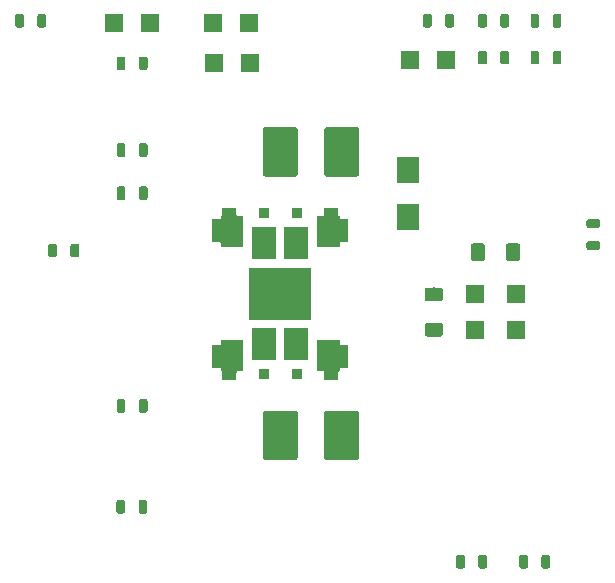
<source format=gbr>
G04 #@! TF.GenerationSoftware,KiCad,Pcbnew,5.0.0-fee4fd1~66~ubuntu16.04.1*
G04 #@! TF.CreationDate,2018-10-14T02:51:50-03:00*
G04 #@! TF.ProjectId,pap,7061702E6B696361645F706362000000,rev?*
G04 #@! TF.SameCoordinates,Original*
G04 #@! TF.FileFunction,Paste,Bot*
G04 #@! TF.FilePolarity,Positive*
%FSLAX46Y46*%
G04 Gerber Fmt 4.6, Leading zero omitted, Abs format (unit mm)*
G04 Created by KiCad (PCBNEW 5.0.0-fee4fd1~66~ubuntu16.04.1) date Sun Oct 14 02:51:50 2018*
%MOMM*%
%LPD*%
G01*
G04 APERTURE LIST*
%ADD10R,1.550000X1.550000*%
%ADD11C,0.100000*%
%ADD12C,1.175000*%
%ADD13C,0.725000*%
%ADD14C,2.950000*%
%ADD15R,1.950000X2.250000*%
%ADD16C,1.250000*%
%ADD17R,2.050000X2.760000*%
%ADD18R,5.330000X4.430000*%
%ADD19R,0.910000X0.950000*%
G04 APERTURE END LIST*
D10*
G04 #@! TO.C,D15*
X115330310Y-89549079D03*
X112330310Y-89549079D03*
G04 #@! TD*
G04 #@! TO.C,D16*
X112430310Y-92949079D03*
X115430310Y-92949079D03*
G04 #@! TD*
D11*
G04 #@! TO.C,C4*
G36*
X135131875Y-108250993D02*
X135151886Y-108253961D01*
X135171509Y-108258876D01*
X135190556Y-108265691D01*
X135208844Y-108274341D01*
X135226195Y-108284741D01*
X135242444Y-108296792D01*
X135257433Y-108310377D01*
X135271018Y-108325366D01*
X135283069Y-108341615D01*
X135293469Y-108358966D01*
X135302119Y-108377254D01*
X135308934Y-108396301D01*
X135313849Y-108415924D01*
X135316817Y-108435935D01*
X135317810Y-108456140D01*
X135317810Y-109543860D01*
X135316817Y-109564065D01*
X135313849Y-109584076D01*
X135308934Y-109603699D01*
X135302119Y-109622746D01*
X135293469Y-109641034D01*
X135283069Y-109658385D01*
X135271018Y-109674634D01*
X135257433Y-109689623D01*
X135242444Y-109703208D01*
X135226195Y-109715259D01*
X135208844Y-109725659D01*
X135190556Y-109734309D01*
X135171509Y-109741124D01*
X135151886Y-109746039D01*
X135131875Y-109749007D01*
X135111670Y-109750000D01*
X134348950Y-109750000D01*
X134328745Y-109749007D01*
X134308734Y-109746039D01*
X134289111Y-109741124D01*
X134270064Y-109734309D01*
X134251776Y-109725659D01*
X134234425Y-109715259D01*
X134218176Y-109703208D01*
X134203187Y-109689623D01*
X134189602Y-109674634D01*
X134177551Y-109658385D01*
X134167151Y-109641034D01*
X134158501Y-109622746D01*
X134151686Y-109603699D01*
X134146771Y-109584076D01*
X134143803Y-109564065D01*
X134142810Y-109543860D01*
X134142810Y-108456140D01*
X134143803Y-108435935D01*
X134146771Y-108415924D01*
X134151686Y-108396301D01*
X134158501Y-108377254D01*
X134167151Y-108358966D01*
X134177551Y-108341615D01*
X134189602Y-108325366D01*
X134203187Y-108310377D01*
X134218176Y-108296792D01*
X134234425Y-108284741D01*
X134251776Y-108274341D01*
X134270064Y-108265691D01*
X134289111Y-108258876D01*
X134308734Y-108253961D01*
X134328745Y-108250993D01*
X134348950Y-108250000D01*
X135111670Y-108250000D01*
X135131875Y-108250993D01*
X135131875Y-108250993D01*
G37*
D12*
X134730310Y-109000000D03*
D11*
G36*
X138106875Y-108250993D02*
X138126886Y-108253961D01*
X138146509Y-108258876D01*
X138165556Y-108265691D01*
X138183844Y-108274341D01*
X138201195Y-108284741D01*
X138217444Y-108296792D01*
X138232433Y-108310377D01*
X138246018Y-108325366D01*
X138258069Y-108341615D01*
X138268469Y-108358966D01*
X138277119Y-108377254D01*
X138283934Y-108396301D01*
X138288849Y-108415924D01*
X138291817Y-108435935D01*
X138292810Y-108456140D01*
X138292810Y-109543860D01*
X138291817Y-109564065D01*
X138288849Y-109584076D01*
X138283934Y-109603699D01*
X138277119Y-109622746D01*
X138268469Y-109641034D01*
X138258069Y-109658385D01*
X138246018Y-109674634D01*
X138232433Y-109689623D01*
X138217444Y-109703208D01*
X138201195Y-109715259D01*
X138183844Y-109725659D01*
X138165556Y-109734309D01*
X138146509Y-109741124D01*
X138126886Y-109746039D01*
X138106875Y-109749007D01*
X138086670Y-109750000D01*
X137323950Y-109750000D01*
X137303745Y-109749007D01*
X137283734Y-109746039D01*
X137264111Y-109741124D01*
X137245064Y-109734309D01*
X137226776Y-109725659D01*
X137209425Y-109715259D01*
X137193176Y-109703208D01*
X137178187Y-109689623D01*
X137164602Y-109674634D01*
X137152551Y-109658385D01*
X137142151Y-109641034D01*
X137133501Y-109622746D01*
X137126686Y-109603699D01*
X137121771Y-109584076D01*
X137118803Y-109564065D01*
X137117810Y-109543860D01*
X137117810Y-108456140D01*
X137118803Y-108435935D01*
X137121771Y-108415924D01*
X137126686Y-108396301D01*
X137133501Y-108377254D01*
X137142151Y-108358966D01*
X137152551Y-108341615D01*
X137164602Y-108325366D01*
X137178187Y-108310377D01*
X137193176Y-108296792D01*
X137209425Y-108284741D01*
X137226776Y-108274341D01*
X137245064Y-108265691D01*
X137264111Y-108258876D01*
X137283734Y-108253961D01*
X137303745Y-108250993D01*
X137323950Y-108250000D01*
X138086670Y-108250000D01*
X138106875Y-108250993D01*
X138106875Y-108250993D01*
G37*
D12*
X137705310Y-109000000D03*
G04 #@! TD*
D11*
G04 #@! TO.C,R8*
G36*
X104691826Y-129974952D02*
X104709420Y-129977562D01*
X104726674Y-129981884D01*
X104743421Y-129987876D01*
X104759501Y-129995481D01*
X104774757Y-130004625D01*
X104789044Y-130015221D01*
X104802223Y-130027166D01*
X104814168Y-130040345D01*
X104824764Y-130054632D01*
X104833908Y-130069888D01*
X104841513Y-130085968D01*
X104847505Y-130102715D01*
X104851827Y-130119969D01*
X104854437Y-130137563D01*
X104855310Y-130155329D01*
X104855310Y-130942829D01*
X104854437Y-130960595D01*
X104851827Y-130978189D01*
X104847505Y-130995443D01*
X104841513Y-131012190D01*
X104833908Y-131028270D01*
X104824764Y-131043526D01*
X104814168Y-131057813D01*
X104802223Y-131070992D01*
X104789044Y-131082937D01*
X104774757Y-131093533D01*
X104759501Y-131102677D01*
X104743421Y-131110282D01*
X104726674Y-131116274D01*
X104709420Y-131120596D01*
X104691826Y-131123206D01*
X104674060Y-131124079D01*
X104311560Y-131124079D01*
X104293794Y-131123206D01*
X104276200Y-131120596D01*
X104258946Y-131116274D01*
X104242199Y-131110282D01*
X104226119Y-131102677D01*
X104210863Y-131093533D01*
X104196576Y-131082937D01*
X104183397Y-131070992D01*
X104171452Y-131057813D01*
X104160856Y-131043526D01*
X104151712Y-131028270D01*
X104144107Y-131012190D01*
X104138115Y-130995443D01*
X104133793Y-130978189D01*
X104131183Y-130960595D01*
X104130310Y-130942829D01*
X104130310Y-130155329D01*
X104131183Y-130137563D01*
X104133793Y-130119969D01*
X104138115Y-130102715D01*
X104144107Y-130085968D01*
X104151712Y-130069888D01*
X104160856Y-130054632D01*
X104171452Y-130040345D01*
X104183397Y-130027166D01*
X104196576Y-130015221D01*
X104210863Y-130004625D01*
X104226119Y-129995481D01*
X104242199Y-129987876D01*
X104258946Y-129981884D01*
X104276200Y-129977562D01*
X104293794Y-129974952D01*
X104311560Y-129974079D01*
X104674060Y-129974079D01*
X104691826Y-129974952D01*
X104691826Y-129974952D01*
G37*
D13*
X104492810Y-130549079D03*
D11*
G36*
X106566826Y-129974952D02*
X106584420Y-129977562D01*
X106601674Y-129981884D01*
X106618421Y-129987876D01*
X106634501Y-129995481D01*
X106649757Y-130004625D01*
X106664044Y-130015221D01*
X106677223Y-130027166D01*
X106689168Y-130040345D01*
X106699764Y-130054632D01*
X106708908Y-130069888D01*
X106716513Y-130085968D01*
X106722505Y-130102715D01*
X106726827Y-130119969D01*
X106729437Y-130137563D01*
X106730310Y-130155329D01*
X106730310Y-130942829D01*
X106729437Y-130960595D01*
X106726827Y-130978189D01*
X106722505Y-130995443D01*
X106716513Y-131012190D01*
X106708908Y-131028270D01*
X106699764Y-131043526D01*
X106689168Y-131057813D01*
X106677223Y-131070992D01*
X106664044Y-131082937D01*
X106649757Y-131093533D01*
X106634501Y-131102677D01*
X106618421Y-131110282D01*
X106601674Y-131116274D01*
X106584420Y-131120596D01*
X106566826Y-131123206D01*
X106549060Y-131124079D01*
X106186560Y-131124079D01*
X106168794Y-131123206D01*
X106151200Y-131120596D01*
X106133946Y-131116274D01*
X106117199Y-131110282D01*
X106101119Y-131102677D01*
X106085863Y-131093533D01*
X106071576Y-131082937D01*
X106058397Y-131070992D01*
X106046452Y-131057813D01*
X106035856Y-131043526D01*
X106026712Y-131028270D01*
X106019107Y-131012190D01*
X106013115Y-130995443D01*
X106008793Y-130978189D01*
X106006183Y-130960595D01*
X106005310Y-130942829D01*
X106005310Y-130155329D01*
X106006183Y-130137563D01*
X106008793Y-130119969D01*
X106013115Y-130102715D01*
X106019107Y-130085968D01*
X106026712Y-130069888D01*
X106035856Y-130054632D01*
X106046452Y-130040345D01*
X106058397Y-130027166D01*
X106071576Y-130015221D01*
X106085863Y-130004625D01*
X106101119Y-129995481D01*
X106117199Y-129987876D01*
X106133946Y-129981884D01*
X106151200Y-129977562D01*
X106168794Y-129974952D01*
X106186560Y-129974079D01*
X106549060Y-129974079D01*
X106566826Y-129974952D01*
X106566826Y-129974952D01*
G37*
D13*
X106367810Y-130549079D03*
G04 #@! TD*
D11*
G04 #@! TO.C,R204*
G36*
X97999016Y-88825873D02*
X98016610Y-88828483D01*
X98033864Y-88832805D01*
X98050611Y-88838797D01*
X98066691Y-88846402D01*
X98081947Y-88855546D01*
X98096234Y-88866142D01*
X98109413Y-88878087D01*
X98121358Y-88891266D01*
X98131954Y-88905553D01*
X98141098Y-88920809D01*
X98148703Y-88936889D01*
X98154695Y-88953636D01*
X98159017Y-88970890D01*
X98161627Y-88988484D01*
X98162500Y-89006250D01*
X98162500Y-89793750D01*
X98161627Y-89811516D01*
X98159017Y-89829110D01*
X98154695Y-89846364D01*
X98148703Y-89863111D01*
X98141098Y-89879191D01*
X98131954Y-89894447D01*
X98121358Y-89908734D01*
X98109413Y-89921913D01*
X98096234Y-89933858D01*
X98081947Y-89944454D01*
X98066691Y-89953598D01*
X98050611Y-89961203D01*
X98033864Y-89967195D01*
X98016610Y-89971517D01*
X97999016Y-89974127D01*
X97981250Y-89975000D01*
X97618750Y-89975000D01*
X97600984Y-89974127D01*
X97583390Y-89971517D01*
X97566136Y-89967195D01*
X97549389Y-89961203D01*
X97533309Y-89953598D01*
X97518053Y-89944454D01*
X97503766Y-89933858D01*
X97490587Y-89921913D01*
X97478642Y-89908734D01*
X97468046Y-89894447D01*
X97458902Y-89879191D01*
X97451297Y-89863111D01*
X97445305Y-89846364D01*
X97440983Y-89829110D01*
X97438373Y-89811516D01*
X97437500Y-89793750D01*
X97437500Y-89006250D01*
X97438373Y-88988484D01*
X97440983Y-88970890D01*
X97445305Y-88953636D01*
X97451297Y-88936889D01*
X97458902Y-88920809D01*
X97468046Y-88905553D01*
X97478642Y-88891266D01*
X97490587Y-88878087D01*
X97503766Y-88866142D01*
X97518053Y-88855546D01*
X97533309Y-88846402D01*
X97549389Y-88838797D01*
X97566136Y-88832805D01*
X97583390Y-88828483D01*
X97600984Y-88825873D01*
X97618750Y-88825000D01*
X97981250Y-88825000D01*
X97999016Y-88825873D01*
X97999016Y-88825873D01*
G37*
D13*
X97800000Y-89400000D03*
D11*
G36*
X96124016Y-88825873D02*
X96141610Y-88828483D01*
X96158864Y-88832805D01*
X96175611Y-88838797D01*
X96191691Y-88846402D01*
X96206947Y-88855546D01*
X96221234Y-88866142D01*
X96234413Y-88878087D01*
X96246358Y-88891266D01*
X96256954Y-88905553D01*
X96266098Y-88920809D01*
X96273703Y-88936889D01*
X96279695Y-88953636D01*
X96284017Y-88970890D01*
X96286627Y-88988484D01*
X96287500Y-89006250D01*
X96287500Y-89793750D01*
X96286627Y-89811516D01*
X96284017Y-89829110D01*
X96279695Y-89846364D01*
X96273703Y-89863111D01*
X96266098Y-89879191D01*
X96256954Y-89894447D01*
X96246358Y-89908734D01*
X96234413Y-89921913D01*
X96221234Y-89933858D01*
X96206947Y-89944454D01*
X96191691Y-89953598D01*
X96175611Y-89961203D01*
X96158864Y-89967195D01*
X96141610Y-89971517D01*
X96124016Y-89974127D01*
X96106250Y-89975000D01*
X95743750Y-89975000D01*
X95725984Y-89974127D01*
X95708390Y-89971517D01*
X95691136Y-89967195D01*
X95674389Y-89961203D01*
X95658309Y-89953598D01*
X95643053Y-89944454D01*
X95628766Y-89933858D01*
X95615587Y-89921913D01*
X95603642Y-89908734D01*
X95593046Y-89894447D01*
X95583902Y-89879191D01*
X95576297Y-89863111D01*
X95570305Y-89846364D01*
X95565983Y-89829110D01*
X95563373Y-89811516D01*
X95562500Y-89793750D01*
X95562500Y-89006250D01*
X95563373Y-88988484D01*
X95565983Y-88970890D01*
X95570305Y-88953636D01*
X95576297Y-88936889D01*
X95583902Y-88920809D01*
X95593046Y-88905553D01*
X95603642Y-88891266D01*
X95615587Y-88878087D01*
X95628766Y-88866142D01*
X95643053Y-88855546D01*
X95658309Y-88846402D01*
X95674389Y-88838797D01*
X95691136Y-88832805D01*
X95708390Y-88828483D01*
X95725984Y-88825873D01*
X95743750Y-88825000D01*
X96106250Y-88825000D01*
X96124016Y-88825873D01*
X96124016Y-88825873D01*
G37*
D13*
X95925000Y-89400000D03*
G04 #@! TD*
D11*
G04 #@! TO.C,R9*
G36*
X106599016Y-99774952D02*
X106616610Y-99777562D01*
X106633864Y-99781884D01*
X106650611Y-99787876D01*
X106666691Y-99795481D01*
X106681947Y-99804625D01*
X106696234Y-99815221D01*
X106709413Y-99827166D01*
X106721358Y-99840345D01*
X106731954Y-99854632D01*
X106741098Y-99869888D01*
X106748703Y-99885968D01*
X106754695Y-99902715D01*
X106759017Y-99919969D01*
X106761627Y-99937563D01*
X106762500Y-99955329D01*
X106762500Y-100742829D01*
X106761627Y-100760595D01*
X106759017Y-100778189D01*
X106754695Y-100795443D01*
X106748703Y-100812190D01*
X106741098Y-100828270D01*
X106731954Y-100843526D01*
X106721358Y-100857813D01*
X106709413Y-100870992D01*
X106696234Y-100882937D01*
X106681947Y-100893533D01*
X106666691Y-100902677D01*
X106650611Y-100910282D01*
X106633864Y-100916274D01*
X106616610Y-100920596D01*
X106599016Y-100923206D01*
X106581250Y-100924079D01*
X106218750Y-100924079D01*
X106200984Y-100923206D01*
X106183390Y-100920596D01*
X106166136Y-100916274D01*
X106149389Y-100910282D01*
X106133309Y-100902677D01*
X106118053Y-100893533D01*
X106103766Y-100882937D01*
X106090587Y-100870992D01*
X106078642Y-100857813D01*
X106068046Y-100843526D01*
X106058902Y-100828270D01*
X106051297Y-100812190D01*
X106045305Y-100795443D01*
X106040983Y-100778189D01*
X106038373Y-100760595D01*
X106037500Y-100742829D01*
X106037500Y-99955329D01*
X106038373Y-99937563D01*
X106040983Y-99919969D01*
X106045305Y-99902715D01*
X106051297Y-99885968D01*
X106058902Y-99869888D01*
X106068046Y-99854632D01*
X106078642Y-99840345D01*
X106090587Y-99827166D01*
X106103766Y-99815221D01*
X106118053Y-99804625D01*
X106133309Y-99795481D01*
X106149389Y-99787876D01*
X106166136Y-99781884D01*
X106183390Y-99777562D01*
X106200984Y-99774952D01*
X106218750Y-99774079D01*
X106581250Y-99774079D01*
X106599016Y-99774952D01*
X106599016Y-99774952D01*
G37*
D13*
X106400000Y-100349079D03*
D11*
G36*
X104724016Y-99774952D02*
X104741610Y-99777562D01*
X104758864Y-99781884D01*
X104775611Y-99787876D01*
X104791691Y-99795481D01*
X104806947Y-99804625D01*
X104821234Y-99815221D01*
X104834413Y-99827166D01*
X104846358Y-99840345D01*
X104856954Y-99854632D01*
X104866098Y-99869888D01*
X104873703Y-99885968D01*
X104879695Y-99902715D01*
X104884017Y-99919969D01*
X104886627Y-99937563D01*
X104887500Y-99955329D01*
X104887500Y-100742829D01*
X104886627Y-100760595D01*
X104884017Y-100778189D01*
X104879695Y-100795443D01*
X104873703Y-100812190D01*
X104866098Y-100828270D01*
X104856954Y-100843526D01*
X104846358Y-100857813D01*
X104834413Y-100870992D01*
X104821234Y-100882937D01*
X104806947Y-100893533D01*
X104791691Y-100902677D01*
X104775611Y-100910282D01*
X104758864Y-100916274D01*
X104741610Y-100920596D01*
X104724016Y-100923206D01*
X104706250Y-100924079D01*
X104343750Y-100924079D01*
X104325984Y-100923206D01*
X104308390Y-100920596D01*
X104291136Y-100916274D01*
X104274389Y-100910282D01*
X104258309Y-100902677D01*
X104243053Y-100893533D01*
X104228766Y-100882937D01*
X104215587Y-100870992D01*
X104203642Y-100857813D01*
X104193046Y-100843526D01*
X104183902Y-100828270D01*
X104176297Y-100812190D01*
X104170305Y-100795443D01*
X104165983Y-100778189D01*
X104163373Y-100760595D01*
X104162500Y-100742829D01*
X104162500Y-99955329D01*
X104163373Y-99937563D01*
X104165983Y-99919969D01*
X104170305Y-99902715D01*
X104176297Y-99885968D01*
X104183902Y-99869888D01*
X104193046Y-99854632D01*
X104203642Y-99840345D01*
X104215587Y-99827166D01*
X104228766Y-99815221D01*
X104243053Y-99804625D01*
X104258309Y-99795481D01*
X104274389Y-99787876D01*
X104291136Y-99781884D01*
X104308390Y-99777562D01*
X104325984Y-99774952D01*
X104343750Y-99774079D01*
X104706250Y-99774079D01*
X104724016Y-99774952D01*
X104724016Y-99774952D01*
G37*
D13*
X104525000Y-100349079D03*
G04 #@! TD*
D10*
G04 #@! TO.C,D2*
X134500000Y-112562500D03*
X134500000Y-115562500D03*
G04 #@! TD*
D11*
G04 #@! TO.C,R14*
G36*
X141636516Y-91950874D02*
X141654110Y-91953484D01*
X141671364Y-91957806D01*
X141688111Y-91963798D01*
X141704191Y-91971403D01*
X141719447Y-91980547D01*
X141733734Y-91991143D01*
X141746913Y-92003088D01*
X141758858Y-92016267D01*
X141769454Y-92030554D01*
X141778598Y-92045810D01*
X141786203Y-92061890D01*
X141792195Y-92078637D01*
X141796517Y-92095891D01*
X141799127Y-92113485D01*
X141800000Y-92131251D01*
X141800000Y-92918751D01*
X141799127Y-92936517D01*
X141796517Y-92954111D01*
X141792195Y-92971365D01*
X141786203Y-92988112D01*
X141778598Y-93004192D01*
X141769454Y-93019448D01*
X141758858Y-93033735D01*
X141746913Y-93046914D01*
X141733734Y-93058859D01*
X141719447Y-93069455D01*
X141704191Y-93078599D01*
X141688111Y-93086204D01*
X141671364Y-93092196D01*
X141654110Y-93096518D01*
X141636516Y-93099128D01*
X141618750Y-93100001D01*
X141256250Y-93100001D01*
X141238484Y-93099128D01*
X141220890Y-93096518D01*
X141203636Y-93092196D01*
X141186889Y-93086204D01*
X141170809Y-93078599D01*
X141155553Y-93069455D01*
X141141266Y-93058859D01*
X141128087Y-93046914D01*
X141116142Y-93033735D01*
X141105546Y-93019448D01*
X141096402Y-93004192D01*
X141088797Y-92988112D01*
X141082805Y-92971365D01*
X141078483Y-92954111D01*
X141075873Y-92936517D01*
X141075000Y-92918751D01*
X141075000Y-92131251D01*
X141075873Y-92113485D01*
X141078483Y-92095891D01*
X141082805Y-92078637D01*
X141088797Y-92061890D01*
X141096402Y-92045810D01*
X141105546Y-92030554D01*
X141116142Y-92016267D01*
X141128087Y-92003088D01*
X141141266Y-91991143D01*
X141155553Y-91980547D01*
X141170809Y-91971403D01*
X141186889Y-91963798D01*
X141203636Y-91957806D01*
X141220890Y-91953484D01*
X141238484Y-91950874D01*
X141256250Y-91950001D01*
X141618750Y-91950001D01*
X141636516Y-91950874D01*
X141636516Y-91950874D01*
G37*
D13*
X141437500Y-92525001D03*
D11*
G36*
X139761516Y-91950874D02*
X139779110Y-91953484D01*
X139796364Y-91957806D01*
X139813111Y-91963798D01*
X139829191Y-91971403D01*
X139844447Y-91980547D01*
X139858734Y-91991143D01*
X139871913Y-92003088D01*
X139883858Y-92016267D01*
X139894454Y-92030554D01*
X139903598Y-92045810D01*
X139911203Y-92061890D01*
X139917195Y-92078637D01*
X139921517Y-92095891D01*
X139924127Y-92113485D01*
X139925000Y-92131251D01*
X139925000Y-92918751D01*
X139924127Y-92936517D01*
X139921517Y-92954111D01*
X139917195Y-92971365D01*
X139911203Y-92988112D01*
X139903598Y-93004192D01*
X139894454Y-93019448D01*
X139883858Y-93033735D01*
X139871913Y-93046914D01*
X139858734Y-93058859D01*
X139844447Y-93069455D01*
X139829191Y-93078599D01*
X139813111Y-93086204D01*
X139796364Y-93092196D01*
X139779110Y-93096518D01*
X139761516Y-93099128D01*
X139743750Y-93100001D01*
X139381250Y-93100001D01*
X139363484Y-93099128D01*
X139345890Y-93096518D01*
X139328636Y-93092196D01*
X139311889Y-93086204D01*
X139295809Y-93078599D01*
X139280553Y-93069455D01*
X139266266Y-93058859D01*
X139253087Y-93046914D01*
X139241142Y-93033735D01*
X139230546Y-93019448D01*
X139221402Y-93004192D01*
X139213797Y-92988112D01*
X139207805Y-92971365D01*
X139203483Y-92954111D01*
X139200873Y-92936517D01*
X139200000Y-92918751D01*
X139200000Y-92131251D01*
X139200873Y-92113485D01*
X139203483Y-92095891D01*
X139207805Y-92078637D01*
X139213797Y-92061890D01*
X139221402Y-92045810D01*
X139230546Y-92030554D01*
X139241142Y-92016267D01*
X139253087Y-92003088D01*
X139266266Y-91991143D01*
X139280553Y-91980547D01*
X139295809Y-91971403D01*
X139311889Y-91963798D01*
X139328636Y-91957806D01*
X139345890Y-91953484D01*
X139363484Y-91950874D01*
X139381250Y-91950001D01*
X139743750Y-91950001D01*
X139761516Y-91950874D01*
X139761516Y-91950874D01*
G37*
D13*
X139562500Y-92525001D03*
G04 #@! TD*
D11*
G04 #@! TO.C,R3*
G36*
X124467122Y-122401110D02*
X124489494Y-122404428D01*
X124511433Y-122409924D01*
X124532728Y-122417543D01*
X124553174Y-122427213D01*
X124572573Y-122438841D01*
X124590739Y-122452314D01*
X124607497Y-122467503D01*
X124622686Y-122484261D01*
X124636159Y-122502427D01*
X124647787Y-122521826D01*
X124657457Y-122542272D01*
X124665076Y-122563567D01*
X124670572Y-122585506D01*
X124673890Y-122607878D01*
X124675000Y-122630468D01*
X124675000Y-126369532D01*
X124673890Y-126392122D01*
X124670572Y-126414494D01*
X124665076Y-126436433D01*
X124657457Y-126457728D01*
X124647787Y-126478174D01*
X124636159Y-126497573D01*
X124622686Y-126515739D01*
X124607497Y-126532497D01*
X124590739Y-126547686D01*
X124572573Y-126561159D01*
X124553174Y-126572787D01*
X124532728Y-126582457D01*
X124511433Y-126590076D01*
X124489494Y-126595572D01*
X124467122Y-126598890D01*
X124444532Y-126600000D01*
X121955468Y-126600000D01*
X121932878Y-126598890D01*
X121910506Y-126595572D01*
X121888567Y-126590076D01*
X121867272Y-126582457D01*
X121846826Y-126572787D01*
X121827427Y-126561159D01*
X121809261Y-126547686D01*
X121792503Y-126532497D01*
X121777314Y-126515739D01*
X121763841Y-126497573D01*
X121752213Y-126478174D01*
X121742543Y-126457728D01*
X121734924Y-126436433D01*
X121729428Y-126414494D01*
X121726110Y-126392122D01*
X121725000Y-126369532D01*
X121725000Y-122630468D01*
X121726110Y-122607878D01*
X121729428Y-122585506D01*
X121734924Y-122563567D01*
X121742543Y-122542272D01*
X121752213Y-122521826D01*
X121763841Y-122502427D01*
X121777314Y-122484261D01*
X121792503Y-122467503D01*
X121809261Y-122452314D01*
X121827427Y-122438841D01*
X121846826Y-122427213D01*
X121867272Y-122417543D01*
X121888567Y-122409924D01*
X121910506Y-122404428D01*
X121932878Y-122401110D01*
X121955468Y-122400000D01*
X124444532Y-122400000D01*
X124467122Y-122401110D01*
X124467122Y-122401110D01*
G37*
D14*
X123200000Y-124500000D03*
D11*
G36*
X119267122Y-122401110D02*
X119289494Y-122404428D01*
X119311433Y-122409924D01*
X119332728Y-122417543D01*
X119353174Y-122427213D01*
X119372573Y-122438841D01*
X119390739Y-122452314D01*
X119407497Y-122467503D01*
X119422686Y-122484261D01*
X119436159Y-122502427D01*
X119447787Y-122521826D01*
X119457457Y-122542272D01*
X119465076Y-122563567D01*
X119470572Y-122585506D01*
X119473890Y-122607878D01*
X119475000Y-122630468D01*
X119475000Y-126369532D01*
X119473890Y-126392122D01*
X119470572Y-126414494D01*
X119465076Y-126436433D01*
X119457457Y-126457728D01*
X119447787Y-126478174D01*
X119436159Y-126497573D01*
X119422686Y-126515739D01*
X119407497Y-126532497D01*
X119390739Y-126547686D01*
X119372573Y-126561159D01*
X119353174Y-126572787D01*
X119332728Y-126582457D01*
X119311433Y-126590076D01*
X119289494Y-126595572D01*
X119267122Y-126598890D01*
X119244532Y-126600000D01*
X116755468Y-126600000D01*
X116732878Y-126598890D01*
X116710506Y-126595572D01*
X116688567Y-126590076D01*
X116667272Y-126582457D01*
X116646826Y-126572787D01*
X116627427Y-126561159D01*
X116609261Y-126547686D01*
X116592503Y-126532497D01*
X116577314Y-126515739D01*
X116563841Y-126497573D01*
X116552213Y-126478174D01*
X116542543Y-126457728D01*
X116534924Y-126436433D01*
X116529428Y-126414494D01*
X116526110Y-126392122D01*
X116525000Y-126369532D01*
X116525000Y-122630468D01*
X116526110Y-122607878D01*
X116529428Y-122585506D01*
X116534924Y-122563567D01*
X116542543Y-122542272D01*
X116552213Y-122521826D01*
X116563841Y-122502427D01*
X116577314Y-122484261D01*
X116592503Y-122467503D01*
X116609261Y-122452314D01*
X116627427Y-122438841D01*
X116646826Y-122427213D01*
X116667272Y-122417543D01*
X116688567Y-122409924D01*
X116710506Y-122404428D01*
X116732878Y-122401110D01*
X116755468Y-122400000D01*
X119244532Y-122400000D01*
X119267122Y-122401110D01*
X119267122Y-122401110D01*
G37*
D14*
X118000000Y-124500000D03*
G04 #@! TD*
D11*
G04 #@! TO.C,R4*
G36*
X124467122Y-98401110D02*
X124489494Y-98404428D01*
X124511433Y-98409924D01*
X124532728Y-98417543D01*
X124553174Y-98427213D01*
X124572573Y-98438841D01*
X124590739Y-98452314D01*
X124607497Y-98467503D01*
X124622686Y-98484261D01*
X124636159Y-98502427D01*
X124647787Y-98521826D01*
X124657457Y-98542272D01*
X124665076Y-98563567D01*
X124670572Y-98585506D01*
X124673890Y-98607878D01*
X124675000Y-98630468D01*
X124675000Y-102369532D01*
X124673890Y-102392122D01*
X124670572Y-102414494D01*
X124665076Y-102436433D01*
X124657457Y-102457728D01*
X124647787Y-102478174D01*
X124636159Y-102497573D01*
X124622686Y-102515739D01*
X124607497Y-102532497D01*
X124590739Y-102547686D01*
X124572573Y-102561159D01*
X124553174Y-102572787D01*
X124532728Y-102582457D01*
X124511433Y-102590076D01*
X124489494Y-102595572D01*
X124467122Y-102598890D01*
X124444532Y-102600000D01*
X121955468Y-102600000D01*
X121932878Y-102598890D01*
X121910506Y-102595572D01*
X121888567Y-102590076D01*
X121867272Y-102582457D01*
X121846826Y-102572787D01*
X121827427Y-102561159D01*
X121809261Y-102547686D01*
X121792503Y-102532497D01*
X121777314Y-102515739D01*
X121763841Y-102497573D01*
X121752213Y-102478174D01*
X121742543Y-102457728D01*
X121734924Y-102436433D01*
X121729428Y-102414494D01*
X121726110Y-102392122D01*
X121725000Y-102369532D01*
X121725000Y-98630468D01*
X121726110Y-98607878D01*
X121729428Y-98585506D01*
X121734924Y-98563567D01*
X121742543Y-98542272D01*
X121752213Y-98521826D01*
X121763841Y-98502427D01*
X121777314Y-98484261D01*
X121792503Y-98467503D01*
X121809261Y-98452314D01*
X121827427Y-98438841D01*
X121846826Y-98427213D01*
X121867272Y-98417543D01*
X121888567Y-98409924D01*
X121910506Y-98404428D01*
X121932878Y-98401110D01*
X121955468Y-98400000D01*
X124444532Y-98400000D01*
X124467122Y-98401110D01*
X124467122Y-98401110D01*
G37*
D14*
X123200000Y-100500000D03*
D11*
G36*
X119267122Y-98401110D02*
X119289494Y-98404428D01*
X119311433Y-98409924D01*
X119332728Y-98417543D01*
X119353174Y-98427213D01*
X119372573Y-98438841D01*
X119390739Y-98452314D01*
X119407497Y-98467503D01*
X119422686Y-98484261D01*
X119436159Y-98502427D01*
X119447787Y-98521826D01*
X119457457Y-98542272D01*
X119465076Y-98563567D01*
X119470572Y-98585506D01*
X119473890Y-98607878D01*
X119475000Y-98630468D01*
X119475000Y-102369532D01*
X119473890Y-102392122D01*
X119470572Y-102414494D01*
X119465076Y-102436433D01*
X119457457Y-102457728D01*
X119447787Y-102478174D01*
X119436159Y-102497573D01*
X119422686Y-102515739D01*
X119407497Y-102532497D01*
X119390739Y-102547686D01*
X119372573Y-102561159D01*
X119353174Y-102572787D01*
X119332728Y-102582457D01*
X119311433Y-102590076D01*
X119289494Y-102595572D01*
X119267122Y-102598890D01*
X119244532Y-102600000D01*
X116755468Y-102600000D01*
X116732878Y-102598890D01*
X116710506Y-102595572D01*
X116688567Y-102590076D01*
X116667272Y-102582457D01*
X116646826Y-102572787D01*
X116627427Y-102561159D01*
X116609261Y-102547686D01*
X116592503Y-102532497D01*
X116577314Y-102515739D01*
X116563841Y-102497573D01*
X116552213Y-102478174D01*
X116542543Y-102457728D01*
X116534924Y-102436433D01*
X116529428Y-102414494D01*
X116526110Y-102392122D01*
X116525000Y-102369532D01*
X116525000Y-98630468D01*
X116526110Y-98607878D01*
X116529428Y-98585506D01*
X116534924Y-98563567D01*
X116542543Y-98542272D01*
X116552213Y-98521826D01*
X116563841Y-98502427D01*
X116577314Y-98484261D01*
X116592503Y-98467503D01*
X116609261Y-98452314D01*
X116627427Y-98438841D01*
X116646826Y-98427213D01*
X116667272Y-98417543D01*
X116688567Y-98409924D01*
X116710506Y-98404428D01*
X116732878Y-98401110D01*
X116755468Y-98400000D01*
X119244532Y-98400000D01*
X119267122Y-98401110D01*
X119267122Y-98401110D01*
G37*
D14*
X118000000Y-100500000D03*
G04 #@! TD*
D11*
G04 #@! TO.C,R10*
G36*
X104724016Y-121425873D02*
X104741610Y-121428483D01*
X104758864Y-121432805D01*
X104775611Y-121438797D01*
X104791691Y-121446402D01*
X104806947Y-121455546D01*
X104821234Y-121466142D01*
X104834413Y-121478087D01*
X104846358Y-121491266D01*
X104856954Y-121505553D01*
X104866098Y-121520809D01*
X104873703Y-121536889D01*
X104879695Y-121553636D01*
X104884017Y-121570890D01*
X104886627Y-121588484D01*
X104887500Y-121606250D01*
X104887500Y-122393750D01*
X104886627Y-122411516D01*
X104884017Y-122429110D01*
X104879695Y-122446364D01*
X104873703Y-122463111D01*
X104866098Y-122479191D01*
X104856954Y-122494447D01*
X104846358Y-122508734D01*
X104834413Y-122521913D01*
X104821234Y-122533858D01*
X104806947Y-122544454D01*
X104791691Y-122553598D01*
X104775611Y-122561203D01*
X104758864Y-122567195D01*
X104741610Y-122571517D01*
X104724016Y-122574127D01*
X104706250Y-122575000D01*
X104343750Y-122575000D01*
X104325984Y-122574127D01*
X104308390Y-122571517D01*
X104291136Y-122567195D01*
X104274389Y-122561203D01*
X104258309Y-122553598D01*
X104243053Y-122544454D01*
X104228766Y-122533858D01*
X104215587Y-122521913D01*
X104203642Y-122508734D01*
X104193046Y-122494447D01*
X104183902Y-122479191D01*
X104176297Y-122463111D01*
X104170305Y-122446364D01*
X104165983Y-122429110D01*
X104163373Y-122411516D01*
X104162500Y-122393750D01*
X104162500Y-121606250D01*
X104163373Y-121588484D01*
X104165983Y-121570890D01*
X104170305Y-121553636D01*
X104176297Y-121536889D01*
X104183902Y-121520809D01*
X104193046Y-121505553D01*
X104203642Y-121491266D01*
X104215587Y-121478087D01*
X104228766Y-121466142D01*
X104243053Y-121455546D01*
X104258309Y-121446402D01*
X104274389Y-121438797D01*
X104291136Y-121432805D01*
X104308390Y-121428483D01*
X104325984Y-121425873D01*
X104343750Y-121425000D01*
X104706250Y-121425000D01*
X104724016Y-121425873D01*
X104724016Y-121425873D01*
G37*
D13*
X104525000Y-122000000D03*
D11*
G36*
X106599016Y-121425873D02*
X106616610Y-121428483D01*
X106633864Y-121432805D01*
X106650611Y-121438797D01*
X106666691Y-121446402D01*
X106681947Y-121455546D01*
X106696234Y-121466142D01*
X106709413Y-121478087D01*
X106721358Y-121491266D01*
X106731954Y-121505553D01*
X106741098Y-121520809D01*
X106748703Y-121536889D01*
X106754695Y-121553636D01*
X106759017Y-121570890D01*
X106761627Y-121588484D01*
X106762500Y-121606250D01*
X106762500Y-122393750D01*
X106761627Y-122411516D01*
X106759017Y-122429110D01*
X106754695Y-122446364D01*
X106748703Y-122463111D01*
X106741098Y-122479191D01*
X106731954Y-122494447D01*
X106721358Y-122508734D01*
X106709413Y-122521913D01*
X106696234Y-122533858D01*
X106681947Y-122544454D01*
X106666691Y-122553598D01*
X106650611Y-122561203D01*
X106633864Y-122567195D01*
X106616610Y-122571517D01*
X106599016Y-122574127D01*
X106581250Y-122575000D01*
X106218750Y-122575000D01*
X106200984Y-122574127D01*
X106183390Y-122571517D01*
X106166136Y-122567195D01*
X106149389Y-122561203D01*
X106133309Y-122553598D01*
X106118053Y-122544454D01*
X106103766Y-122533858D01*
X106090587Y-122521913D01*
X106078642Y-122508734D01*
X106068046Y-122494447D01*
X106058902Y-122479191D01*
X106051297Y-122463111D01*
X106045305Y-122446364D01*
X106040983Y-122429110D01*
X106038373Y-122411516D01*
X106037500Y-122393750D01*
X106037500Y-121606250D01*
X106038373Y-121588484D01*
X106040983Y-121570890D01*
X106045305Y-121553636D01*
X106051297Y-121536889D01*
X106058902Y-121520809D01*
X106068046Y-121505553D01*
X106078642Y-121491266D01*
X106090587Y-121478087D01*
X106103766Y-121466142D01*
X106118053Y-121455546D01*
X106133309Y-121446402D01*
X106149389Y-121438797D01*
X106166136Y-121432805D01*
X106183390Y-121428483D01*
X106200984Y-121425873D01*
X106218750Y-121425000D01*
X106581250Y-121425000D01*
X106599016Y-121425873D01*
X106599016Y-121425873D01*
G37*
D13*
X106400000Y-122000000D03*
G04 #@! TD*
D11*
G04 #@! TO.C,R6*
G36*
X135324016Y-91950874D02*
X135341610Y-91953484D01*
X135358864Y-91957806D01*
X135375611Y-91963798D01*
X135391691Y-91971403D01*
X135406947Y-91980547D01*
X135421234Y-91991143D01*
X135434413Y-92003088D01*
X135446358Y-92016267D01*
X135456954Y-92030554D01*
X135466098Y-92045810D01*
X135473703Y-92061890D01*
X135479695Y-92078637D01*
X135484017Y-92095891D01*
X135486627Y-92113485D01*
X135487500Y-92131251D01*
X135487500Y-92918751D01*
X135486627Y-92936517D01*
X135484017Y-92954111D01*
X135479695Y-92971365D01*
X135473703Y-92988112D01*
X135466098Y-93004192D01*
X135456954Y-93019448D01*
X135446358Y-93033735D01*
X135434413Y-93046914D01*
X135421234Y-93058859D01*
X135406947Y-93069455D01*
X135391691Y-93078599D01*
X135375611Y-93086204D01*
X135358864Y-93092196D01*
X135341610Y-93096518D01*
X135324016Y-93099128D01*
X135306250Y-93100001D01*
X134943750Y-93100001D01*
X134925984Y-93099128D01*
X134908390Y-93096518D01*
X134891136Y-93092196D01*
X134874389Y-93086204D01*
X134858309Y-93078599D01*
X134843053Y-93069455D01*
X134828766Y-93058859D01*
X134815587Y-93046914D01*
X134803642Y-93033735D01*
X134793046Y-93019448D01*
X134783902Y-93004192D01*
X134776297Y-92988112D01*
X134770305Y-92971365D01*
X134765983Y-92954111D01*
X134763373Y-92936517D01*
X134762500Y-92918751D01*
X134762500Y-92131251D01*
X134763373Y-92113485D01*
X134765983Y-92095891D01*
X134770305Y-92078637D01*
X134776297Y-92061890D01*
X134783902Y-92045810D01*
X134793046Y-92030554D01*
X134803642Y-92016267D01*
X134815587Y-92003088D01*
X134828766Y-91991143D01*
X134843053Y-91980547D01*
X134858309Y-91971403D01*
X134874389Y-91963798D01*
X134891136Y-91957806D01*
X134908390Y-91953484D01*
X134925984Y-91950874D01*
X134943750Y-91950001D01*
X135306250Y-91950001D01*
X135324016Y-91950874D01*
X135324016Y-91950874D01*
G37*
D13*
X135125000Y-92525001D03*
D11*
G36*
X137199016Y-91950874D02*
X137216610Y-91953484D01*
X137233864Y-91957806D01*
X137250611Y-91963798D01*
X137266691Y-91971403D01*
X137281947Y-91980547D01*
X137296234Y-91991143D01*
X137309413Y-92003088D01*
X137321358Y-92016267D01*
X137331954Y-92030554D01*
X137341098Y-92045810D01*
X137348703Y-92061890D01*
X137354695Y-92078637D01*
X137359017Y-92095891D01*
X137361627Y-92113485D01*
X137362500Y-92131251D01*
X137362500Y-92918751D01*
X137361627Y-92936517D01*
X137359017Y-92954111D01*
X137354695Y-92971365D01*
X137348703Y-92988112D01*
X137341098Y-93004192D01*
X137331954Y-93019448D01*
X137321358Y-93033735D01*
X137309413Y-93046914D01*
X137296234Y-93058859D01*
X137281947Y-93069455D01*
X137266691Y-93078599D01*
X137250611Y-93086204D01*
X137233864Y-93092196D01*
X137216610Y-93096518D01*
X137199016Y-93099128D01*
X137181250Y-93100001D01*
X136818750Y-93100001D01*
X136800984Y-93099128D01*
X136783390Y-93096518D01*
X136766136Y-93092196D01*
X136749389Y-93086204D01*
X136733309Y-93078599D01*
X136718053Y-93069455D01*
X136703766Y-93058859D01*
X136690587Y-93046914D01*
X136678642Y-93033735D01*
X136668046Y-93019448D01*
X136658902Y-93004192D01*
X136651297Y-92988112D01*
X136645305Y-92971365D01*
X136640983Y-92954111D01*
X136638373Y-92936517D01*
X136637500Y-92918751D01*
X136637500Y-92131251D01*
X136638373Y-92113485D01*
X136640983Y-92095891D01*
X136645305Y-92078637D01*
X136651297Y-92061890D01*
X136658902Y-92045810D01*
X136668046Y-92030554D01*
X136678642Y-92016267D01*
X136690587Y-92003088D01*
X136703766Y-91991143D01*
X136718053Y-91980547D01*
X136733309Y-91971403D01*
X136749389Y-91963798D01*
X136766136Y-91957806D01*
X136783390Y-91953484D01*
X136800984Y-91950874D01*
X136818750Y-91950001D01*
X137181250Y-91950001D01*
X137199016Y-91950874D01*
X137199016Y-91950874D01*
G37*
D13*
X137000000Y-92525001D03*
G04 #@! TD*
D11*
G04 #@! TO.C,R7*
G36*
X137199016Y-88825873D02*
X137216610Y-88828483D01*
X137233864Y-88832805D01*
X137250611Y-88838797D01*
X137266691Y-88846402D01*
X137281947Y-88855546D01*
X137296234Y-88866142D01*
X137309413Y-88878087D01*
X137321358Y-88891266D01*
X137331954Y-88905553D01*
X137341098Y-88920809D01*
X137348703Y-88936889D01*
X137354695Y-88953636D01*
X137359017Y-88970890D01*
X137361627Y-88988484D01*
X137362500Y-89006250D01*
X137362500Y-89793750D01*
X137361627Y-89811516D01*
X137359017Y-89829110D01*
X137354695Y-89846364D01*
X137348703Y-89863111D01*
X137341098Y-89879191D01*
X137331954Y-89894447D01*
X137321358Y-89908734D01*
X137309413Y-89921913D01*
X137296234Y-89933858D01*
X137281947Y-89944454D01*
X137266691Y-89953598D01*
X137250611Y-89961203D01*
X137233864Y-89967195D01*
X137216610Y-89971517D01*
X137199016Y-89974127D01*
X137181250Y-89975000D01*
X136818750Y-89975000D01*
X136800984Y-89974127D01*
X136783390Y-89971517D01*
X136766136Y-89967195D01*
X136749389Y-89961203D01*
X136733309Y-89953598D01*
X136718053Y-89944454D01*
X136703766Y-89933858D01*
X136690587Y-89921913D01*
X136678642Y-89908734D01*
X136668046Y-89894447D01*
X136658902Y-89879191D01*
X136651297Y-89863111D01*
X136645305Y-89846364D01*
X136640983Y-89829110D01*
X136638373Y-89811516D01*
X136637500Y-89793750D01*
X136637500Y-89006250D01*
X136638373Y-88988484D01*
X136640983Y-88970890D01*
X136645305Y-88953636D01*
X136651297Y-88936889D01*
X136658902Y-88920809D01*
X136668046Y-88905553D01*
X136678642Y-88891266D01*
X136690587Y-88878087D01*
X136703766Y-88866142D01*
X136718053Y-88855546D01*
X136733309Y-88846402D01*
X136749389Y-88838797D01*
X136766136Y-88832805D01*
X136783390Y-88828483D01*
X136800984Y-88825873D01*
X136818750Y-88825000D01*
X137181250Y-88825000D01*
X137199016Y-88825873D01*
X137199016Y-88825873D01*
G37*
D13*
X137000000Y-89400000D03*
D11*
G36*
X135324016Y-88825873D02*
X135341610Y-88828483D01*
X135358864Y-88832805D01*
X135375611Y-88838797D01*
X135391691Y-88846402D01*
X135406947Y-88855546D01*
X135421234Y-88866142D01*
X135434413Y-88878087D01*
X135446358Y-88891266D01*
X135456954Y-88905553D01*
X135466098Y-88920809D01*
X135473703Y-88936889D01*
X135479695Y-88953636D01*
X135484017Y-88970890D01*
X135486627Y-88988484D01*
X135487500Y-89006250D01*
X135487500Y-89793750D01*
X135486627Y-89811516D01*
X135484017Y-89829110D01*
X135479695Y-89846364D01*
X135473703Y-89863111D01*
X135466098Y-89879191D01*
X135456954Y-89894447D01*
X135446358Y-89908734D01*
X135434413Y-89921913D01*
X135421234Y-89933858D01*
X135406947Y-89944454D01*
X135391691Y-89953598D01*
X135375611Y-89961203D01*
X135358864Y-89967195D01*
X135341610Y-89971517D01*
X135324016Y-89974127D01*
X135306250Y-89975000D01*
X134943750Y-89975000D01*
X134925984Y-89974127D01*
X134908390Y-89971517D01*
X134891136Y-89967195D01*
X134874389Y-89961203D01*
X134858309Y-89953598D01*
X134843053Y-89944454D01*
X134828766Y-89933858D01*
X134815587Y-89921913D01*
X134803642Y-89908734D01*
X134793046Y-89894447D01*
X134783902Y-89879191D01*
X134776297Y-89863111D01*
X134770305Y-89846364D01*
X134765983Y-89829110D01*
X134763373Y-89811516D01*
X134762500Y-89793750D01*
X134762500Y-89006250D01*
X134763373Y-88988484D01*
X134765983Y-88970890D01*
X134770305Y-88953636D01*
X134776297Y-88936889D01*
X134783902Y-88920809D01*
X134793046Y-88905553D01*
X134803642Y-88891266D01*
X134815587Y-88878087D01*
X134828766Y-88866142D01*
X134843053Y-88855546D01*
X134858309Y-88846402D01*
X134874389Y-88838797D01*
X134891136Y-88832805D01*
X134908390Y-88828483D01*
X134925984Y-88825873D01*
X134943750Y-88825000D01*
X135306250Y-88825000D01*
X135324016Y-88825873D01*
X135324016Y-88825873D01*
G37*
D13*
X135125000Y-89400000D03*
G04 #@! TD*
D11*
G04 #@! TO.C,R11*
G36*
X133461516Y-134625873D02*
X133479110Y-134628483D01*
X133496364Y-134632805D01*
X133513111Y-134638797D01*
X133529191Y-134646402D01*
X133544447Y-134655546D01*
X133558734Y-134666142D01*
X133571913Y-134678087D01*
X133583858Y-134691266D01*
X133594454Y-134705553D01*
X133603598Y-134720809D01*
X133611203Y-134736889D01*
X133617195Y-134753636D01*
X133621517Y-134770890D01*
X133624127Y-134788484D01*
X133625000Y-134806250D01*
X133625000Y-135593750D01*
X133624127Y-135611516D01*
X133621517Y-135629110D01*
X133617195Y-135646364D01*
X133611203Y-135663111D01*
X133603598Y-135679191D01*
X133594454Y-135694447D01*
X133583858Y-135708734D01*
X133571913Y-135721913D01*
X133558734Y-135733858D01*
X133544447Y-135744454D01*
X133529191Y-135753598D01*
X133513111Y-135761203D01*
X133496364Y-135767195D01*
X133479110Y-135771517D01*
X133461516Y-135774127D01*
X133443750Y-135775000D01*
X133081250Y-135775000D01*
X133063484Y-135774127D01*
X133045890Y-135771517D01*
X133028636Y-135767195D01*
X133011889Y-135761203D01*
X132995809Y-135753598D01*
X132980553Y-135744454D01*
X132966266Y-135733858D01*
X132953087Y-135721913D01*
X132941142Y-135708734D01*
X132930546Y-135694447D01*
X132921402Y-135679191D01*
X132913797Y-135663111D01*
X132907805Y-135646364D01*
X132903483Y-135629110D01*
X132900873Y-135611516D01*
X132900000Y-135593750D01*
X132900000Y-134806250D01*
X132900873Y-134788484D01*
X132903483Y-134770890D01*
X132907805Y-134753636D01*
X132913797Y-134736889D01*
X132921402Y-134720809D01*
X132930546Y-134705553D01*
X132941142Y-134691266D01*
X132953087Y-134678087D01*
X132966266Y-134666142D01*
X132980553Y-134655546D01*
X132995809Y-134646402D01*
X133011889Y-134638797D01*
X133028636Y-134632805D01*
X133045890Y-134628483D01*
X133063484Y-134625873D01*
X133081250Y-134625000D01*
X133443750Y-134625000D01*
X133461516Y-134625873D01*
X133461516Y-134625873D01*
G37*
D13*
X133262500Y-135200000D03*
D11*
G36*
X135336516Y-134625873D02*
X135354110Y-134628483D01*
X135371364Y-134632805D01*
X135388111Y-134638797D01*
X135404191Y-134646402D01*
X135419447Y-134655546D01*
X135433734Y-134666142D01*
X135446913Y-134678087D01*
X135458858Y-134691266D01*
X135469454Y-134705553D01*
X135478598Y-134720809D01*
X135486203Y-134736889D01*
X135492195Y-134753636D01*
X135496517Y-134770890D01*
X135499127Y-134788484D01*
X135500000Y-134806250D01*
X135500000Y-135593750D01*
X135499127Y-135611516D01*
X135496517Y-135629110D01*
X135492195Y-135646364D01*
X135486203Y-135663111D01*
X135478598Y-135679191D01*
X135469454Y-135694447D01*
X135458858Y-135708734D01*
X135446913Y-135721913D01*
X135433734Y-135733858D01*
X135419447Y-135744454D01*
X135404191Y-135753598D01*
X135388111Y-135761203D01*
X135371364Y-135767195D01*
X135354110Y-135771517D01*
X135336516Y-135774127D01*
X135318750Y-135775000D01*
X134956250Y-135775000D01*
X134938484Y-135774127D01*
X134920890Y-135771517D01*
X134903636Y-135767195D01*
X134886889Y-135761203D01*
X134870809Y-135753598D01*
X134855553Y-135744454D01*
X134841266Y-135733858D01*
X134828087Y-135721913D01*
X134816142Y-135708734D01*
X134805546Y-135694447D01*
X134796402Y-135679191D01*
X134788797Y-135663111D01*
X134782805Y-135646364D01*
X134778483Y-135629110D01*
X134775873Y-135611516D01*
X134775000Y-135593750D01*
X134775000Y-134806250D01*
X134775873Y-134788484D01*
X134778483Y-134770890D01*
X134782805Y-134753636D01*
X134788797Y-134736889D01*
X134796402Y-134720809D01*
X134805546Y-134705553D01*
X134816142Y-134691266D01*
X134828087Y-134678087D01*
X134841266Y-134666142D01*
X134855553Y-134655546D01*
X134870809Y-134646402D01*
X134886889Y-134638797D01*
X134903636Y-134632805D01*
X134920890Y-134628483D01*
X134938484Y-134625873D01*
X134956250Y-134625000D01*
X135318750Y-134625000D01*
X135336516Y-134625873D01*
X135336516Y-134625873D01*
G37*
D13*
X135137500Y-135200000D03*
G04 #@! TD*
D11*
G04 #@! TO.C,R202*
G36*
X144911516Y-108075873D02*
X144929110Y-108078483D01*
X144946364Y-108082805D01*
X144963111Y-108088797D01*
X144979191Y-108096402D01*
X144994447Y-108105546D01*
X145008734Y-108116142D01*
X145021913Y-108128087D01*
X145033858Y-108141266D01*
X145044454Y-108155553D01*
X145053598Y-108170809D01*
X145061203Y-108186889D01*
X145067195Y-108203636D01*
X145071517Y-108220890D01*
X145074127Y-108238484D01*
X145075000Y-108256250D01*
X145075000Y-108618750D01*
X145074127Y-108636516D01*
X145071517Y-108654110D01*
X145067195Y-108671364D01*
X145061203Y-108688111D01*
X145053598Y-108704191D01*
X145044454Y-108719447D01*
X145033858Y-108733734D01*
X145021913Y-108746913D01*
X145008734Y-108758858D01*
X144994447Y-108769454D01*
X144979191Y-108778598D01*
X144963111Y-108786203D01*
X144946364Y-108792195D01*
X144929110Y-108796517D01*
X144911516Y-108799127D01*
X144893750Y-108800000D01*
X144106250Y-108800000D01*
X144088484Y-108799127D01*
X144070890Y-108796517D01*
X144053636Y-108792195D01*
X144036889Y-108786203D01*
X144020809Y-108778598D01*
X144005553Y-108769454D01*
X143991266Y-108758858D01*
X143978087Y-108746913D01*
X143966142Y-108733734D01*
X143955546Y-108719447D01*
X143946402Y-108704191D01*
X143938797Y-108688111D01*
X143932805Y-108671364D01*
X143928483Y-108654110D01*
X143925873Y-108636516D01*
X143925000Y-108618750D01*
X143925000Y-108256250D01*
X143925873Y-108238484D01*
X143928483Y-108220890D01*
X143932805Y-108203636D01*
X143938797Y-108186889D01*
X143946402Y-108170809D01*
X143955546Y-108155553D01*
X143966142Y-108141266D01*
X143978087Y-108128087D01*
X143991266Y-108116142D01*
X144005553Y-108105546D01*
X144020809Y-108096402D01*
X144036889Y-108088797D01*
X144053636Y-108082805D01*
X144070890Y-108078483D01*
X144088484Y-108075873D01*
X144106250Y-108075000D01*
X144893750Y-108075000D01*
X144911516Y-108075873D01*
X144911516Y-108075873D01*
G37*
D13*
X144500000Y-108437500D03*
D11*
G36*
X144911516Y-106200873D02*
X144929110Y-106203483D01*
X144946364Y-106207805D01*
X144963111Y-106213797D01*
X144979191Y-106221402D01*
X144994447Y-106230546D01*
X145008734Y-106241142D01*
X145021913Y-106253087D01*
X145033858Y-106266266D01*
X145044454Y-106280553D01*
X145053598Y-106295809D01*
X145061203Y-106311889D01*
X145067195Y-106328636D01*
X145071517Y-106345890D01*
X145074127Y-106363484D01*
X145075000Y-106381250D01*
X145075000Y-106743750D01*
X145074127Y-106761516D01*
X145071517Y-106779110D01*
X145067195Y-106796364D01*
X145061203Y-106813111D01*
X145053598Y-106829191D01*
X145044454Y-106844447D01*
X145033858Y-106858734D01*
X145021913Y-106871913D01*
X145008734Y-106883858D01*
X144994447Y-106894454D01*
X144979191Y-106903598D01*
X144963111Y-106911203D01*
X144946364Y-106917195D01*
X144929110Y-106921517D01*
X144911516Y-106924127D01*
X144893750Y-106925000D01*
X144106250Y-106925000D01*
X144088484Y-106924127D01*
X144070890Y-106921517D01*
X144053636Y-106917195D01*
X144036889Y-106911203D01*
X144020809Y-106903598D01*
X144005553Y-106894454D01*
X143991266Y-106883858D01*
X143978087Y-106871913D01*
X143966142Y-106858734D01*
X143955546Y-106844447D01*
X143946402Y-106829191D01*
X143938797Y-106813111D01*
X143932805Y-106796364D01*
X143928483Y-106779110D01*
X143925873Y-106761516D01*
X143925000Y-106743750D01*
X143925000Y-106381250D01*
X143925873Y-106363484D01*
X143928483Y-106345890D01*
X143932805Y-106328636D01*
X143938797Y-106311889D01*
X143946402Y-106295809D01*
X143955546Y-106280553D01*
X143966142Y-106266266D01*
X143978087Y-106253087D01*
X143991266Y-106241142D01*
X144005553Y-106230546D01*
X144020809Y-106221402D01*
X144036889Y-106213797D01*
X144053636Y-106207805D01*
X144070890Y-106203483D01*
X144088484Y-106200873D01*
X144106250Y-106200000D01*
X144893750Y-106200000D01*
X144911516Y-106200873D01*
X144911516Y-106200873D01*
G37*
D13*
X144500000Y-106562500D03*
G04 #@! TD*
D11*
G04 #@! TO.C,R12*
G36*
X140674016Y-134625873D02*
X140691610Y-134628483D01*
X140708864Y-134632805D01*
X140725611Y-134638797D01*
X140741691Y-134646402D01*
X140756947Y-134655546D01*
X140771234Y-134666142D01*
X140784413Y-134678087D01*
X140796358Y-134691266D01*
X140806954Y-134705553D01*
X140816098Y-134720809D01*
X140823703Y-134736889D01*
X140829695Y-134753636D01*
X140834017Y-134770890D01*
X140836627Y-134788484D01*
X140837500Y-134806250D01*
X140837500Y-135593750D01*
X140836627Y-135611516D01*
X140834017Y-135629110D01*
X140829695Y-135646364D01*
X140823703Y-135663111D01*
X140816098Y-135679191D01*
X140806954Y-135694447D01*
X140796358Y-135708734D01*
X140784413Y-135721913D01*
X140771234Y-135733858D01*
X140756947Y-135744454D01*
X140741691Y-135753598D01*
X140725611Y-135761203D01*
X140708864Y-135767195D01*
X140691610Y-135771517D01*
X140674016Y-135774127D01*
X140656250Y-135775000D01*
X140293750Y-135775000D01*
X140275984Y-135774127D01*
X140258390Y-135771517D01*
X140241136Y-135767195D01*
X140224389Y-135761203D01*
X140208309Y-135753598D01*
X140193053Y-135744454D01*
X140178766Y-135733858D01*
X140165587Y-135721913D01*
X140153642Y-135708734D01*
X140143046Y-135694447D01*
X140133902Y-135679191D01*
X140126297Y-135663111D01*
X140120305Y-135646364D01*
X140115983Y-135629110D01*
X140113373Y-135611516D01*
X140112500Y-135593750D01*
X140112500Y-134806250D01*
X140113373Y-134788484D01*
X140115983Y-134770890D01*
X140120305Y-134753636D01*
X140126297Y-134736889D01*
X140133902Y-134720809D01*
X140143046Y-134705553D01*
X140153642Y-134691266D01*
X140165587Y-134678087D01*
X140178766Y-134666142D01*
X140193053Y-134655546D01*
X140208309Y-134646402D01*
X140224389Y-134638797D01*
X140241136Y-134632805D01*
X140258390Y-134628483D01*
X140275984Y-134625873D01*
X140293750Y-134625000D01*
X140656250Y-134625000D01*
X140674016Y-134625873D01*
X140674016Y-134625873D01*
G37*
D13*
X140475000Y-135200000D03*
D11*
G36*
X138799016Y-134625873D02*
X138816610Y-134628483D01*
X138833864Y-134632805D01*
X138850611Y-134638797D01*
X138866691Y-134646402D01*
X138881947Y-134655546D01*
X138896234Y-134666142D01*
X138909413Y-134678087D01*
X138921358Y-134691266D01*
X138931954Y-134705553D01*
X138941098Y-134720809D01*
X138948703Y-134736889D01*
X138954695Y-134753636D01*
X138959017Y-134770890D01*
X138961627Y-134788484D01*
X138962500Y-134806250D01*
X138962500Y-135593750D01*
X138961627Y-135611516D01*
X138959017Y-135629110D01*
X138954695Y-135646364D01*
X138948703Y-135663111D01*
X138941098Y-135679191D01*
X138931954Y-135694447D01*
X138921358Y-135708734D01*
X138909413Y-135721913D01*
X138896234Y-135733858D01*
X138881947Y-135744454D01*
X138866691Y-135753598D01*
X138850611Y-135761203D01*
X138833864Y-135767195D01*
X138816610Y-135771517D01*
X138799016Y-135774127D01*
X138781250Y-135775000D01*
X138418750Y-135775000D01*
X138400984Y-135774127D01*
X138383390Y-135771517D01*
X138366136Y-135767195D01*
X138349389Y-135761203D01*
X138333309Y-135753598D01*
X138318053Y-135744454D01*
X138303766Y-135733858D01*
X138290587Y-135721913D01*
X138278642Y-135708734D01*
X138268046Y-135694447D01*
X138258902Y-135679191D01*
X138251297Y-135663111D01*
X138245305Y-135646364D01*
X138240983Y-135629110D01*
X138238373Y-135611516D01*
X138237500Y-135593750D01*
X138237500Y-134806250D01*
X138238373Y-134788484D01*
X138240983Y-134770890D01*
X138245305Y-134753636D01*
X138251297Y-134736889D01*
X138258902Y-134720809D01*
X138268046Y-134705553D01*
X138278642Y-134691266D01*
X138290587Y-134678087D01*
X138303766Y-134666142D01*
X138318053Y-134655546D01*
X138333309Y-134646402D01*
X138349389Y-134638797D01*
X138366136Y-134632805D01*
X138383390Y-134628483D01*
X138400984Y-134625873D01*
X138418750Y-134625000D01*
X138781250Y-134625000D01*
X138799016Y-134625873D01*
X138799016Y-134625873D01*
G37*
D13*
X138600000Y-135200000D03*
G04 #@! TD*
D11*
G04 #@! TO.C,R13*
G36*
X141636516Y-88825873D02*
X141654110Y-88828483D01*
X141671364Y-88832805D01*
X141688111Y-88838797D01*
X141704191Y-88846402D01*
X141719447Y-88855546D01*
X141733734Y-88866142D01*
X141746913Y-88878087D01*
X141758858Y-88891266D01*
X141769454Y-88905553D01*
X141778598Y-88920809D01*
X141786203Y-88936889D01*
X141792195Y-88953636D01*
X141796517Y-88970890D01*
X141799127Y-88988484D01*
X141800000Y-89006250D01*
X141800000Y-89793750D01*
X141799127Y-89811516D01*
X141796517Y-89829110D01*
X141792195Y-89846364D01*
X141786203Y-89863111D01*
X141778598Y-89879191D01*
X141769454Y-89894447D01*
X141758858Y-89908734D01*
X141746913Y-89921913D01*
X141733734Y-89933858D01*
X141719447Y-89944454D01*
X141704191Y-89953598D01*
X141688111Y-89961203D01*
X141671364Y-89967195D01*
X141654110Y-89971517D01*
X141636516Y-89974127D01*
X141618750Y-89975000D01*
X141256250Y-89975000D01*
X141238484Y-89974127D01*
X141220890Y-89971517D01*
X141203636Y-89967195D01*
X141186889Y-89961203D01*
X141170809Y-89953598D01*
X141155553Y-89944454D01*
X141141266Y-89933858D01*
X141128087Y-89921913D01*
X141116142Y-89908734D01*
X141105546Y-89894447D01*
X141096402Y-89879191D01*
X141088797Y-89863111D01*
X141082805Y-89846364D01*
X141078483Y-89829110D01*
X141075873Y-89811516D01*
X141075000Y-89793750D01*
X141075000Y-89006250D01*
X141075873Y-88988484D01*
X141078483Y-88970890D01*
X141082805Y-88953636D01*
X141088797Y-88936889D01*
X141096402Y-88920809D01*
X141105546Y-88905553D01*
X141116142Y-88891266D01*
X141128087Y-88878087D01*
X141141266Y-88866142D01*
X141155553Y-88855546D01*
X141170809Y-88846402D01*
X141186889Y-88838797D01*
X141203636Y-88832805D01*
X141220890Y-88828483D01*
X141238484Y-88825873D01*
X141256250Y-88825000D01*
X141618750Y-88825000D01*
X141636516Y-88825873D01*
X141636516Y-88825873D01*
G37*
D13*
X141437500Y-89400000D03*
D11*
G36*
X139761516Y-88825873D02*
X139779110Y-88828483D01*
X139796364Y-88832805D01*
X139813111Y-88838797D01*
X139829191Y-88846402D01*
X139844447Y-88855546D01*
X139858734Y-88866142D01*
X139871913Y-88878087D01*
X139883858Y-88891266D01*
X139894454Y-88905553D01*
X139903598Y-88920809D01*
X139911203Y-88936889D01*
X139917195Y-88953636D01*
X139921517Y-88970890D01*
X139924127Y-88988484D01*
X139925000Y-89006250D01*
X139925000Y-89793750D01*
X139924127Y-89811516D01*
X139921517Y-89829110D01*
X139917195Y-89846364D01*
X139911203Y-89863111D01*
X139903598Y-89879191D01*
X139894454Y-89894447D01*
X139883858Y-89908734D01*
X139871913Y-89921913D01*
X139858734Y-89933858D01*
X139844447Y-89944454D01*
X139829191Y-89953598D01*
X139813111Y-89961203D01*
X139796364Y-89967195D01*
X139779110Y-89971517D01*
X139761516Y-89974127D01*
X139743750Y-89975000D01*
X139381250Y-89975000D01*
X139363484Y-89974127D01*
X139345890Y-89971517D01*
X139328636Y-89967195D01*
X139311889Y-89961203D01*
X139295809Y-89953598D01*
X139280553Y-89944454D01*
X139266266Y-89933858D01*
X139253087Y-89921913D01*
X139241142Y-89908734D01*
X139230546Y-89894447D01*
X139221402Y-89879191D01*
X139213797Y-89863111D01*
X139207805Y-89846364D01*
X139203483Y-89829110D01*
X139200873Y-89811516D01*
X139200000Y-89793750D01*
X139200000Y-89006250D01*
X139200873Y-88988484D01*
X139203483Y-88970890D01*
X139207805Y-88953636D01*
X139213797Y-88936889D01*
X139221402Y-88920809D01*
X139230546Y-88905553D01*
X139241142Y-88891266D01*
X139253087Y-88878087D01*
X139266266Y-88866142D01*
X139280553Y-88855546D01*
X139295809Y-88846402D01*
X139311889Y-88838797D01*
X139328636Y-88832805D01*
X139345890Y-88828483D01*
X139363484Y-88825873D01*
X139381250Y-88825000D01*
X139743750Y-88825000D01*
X139761516Y-88825873D01*
X139761516Y-88825873D01*
G37*
D13*
X139562500Y-89400000D03*
G04 #@! TD*
D11*
G04 #@! TO.C,R1*
G36*
X104724016Y-103425873D02*
X104741610Y-103428483D01*
X104758864Y-103432805D01*
X104775611Y-103438797D01*
X104791691Y-103446402D01*
X104806947Y-103455546D01*
X104821234Y-103466142D01*
X104834413Y-103478087D01*
X104846358Y-103491266D01*
X104856954Y-103505553D01*
X104866098Y-103520809D01*
X104873703Y-103536889D01*
X104879695Y-103553636D01*
X104884017Y-103570890D01*
X104886627Y-103588484D01*
X104887500Y-103606250D01*
X104887500Y-104393750D01*
X104886627Y-104411516D01*
X104884017Y-104429110D01*
X104879695Y-104446364D01*
X104873703Y-104463111D01*
X104866098Y-104479191D01*
X104856954Y-104494447D01*
X104846358Y-104508734D01*
X104834413Y-104521913D01*
X104821234Y-104533858D01*
X104806947Y-104544454D01*
X104791691Y-104553598D01*
X104775611Y-104561203D01*
X104758864Y-104567195D01*
X104741610Y-104571517D01*
X104724016Y-104574127D01*
X104706250Y-104575000D01*
X104343750Y-104575000D01*
X104325984Y-104574127D01*
X104308390Y-104571517D01*
X104291136Y-104567195D01*
X104274389Y-104561203D01*
X104258309Y-104553598D01*
X104243053Y-104544454D01*
X104228766Y-104533858D01*
X104215587Y-104521913D01*
X104203642Y-104508734D01*
X104193046Y-104494447D01*
X104183902Y-104479191D01*
X104176297Y-104463111D01*
X104170305Y-104446364D01*
X104165983Y-104429110D01*
X104163373Y-104411516D01*
X104162500Y-104393750D01*
X104162500Y-103606250D01*
X104163373Y-103588484D01*
X104165983Y-103570890D01*
X104170305Y-103553636D01*
X104176297Y-103536889D01*
X104183902Y-103520809D01*
X104193046Y-103505553D01*
X104203642Y-103491266D01*
X104215587Y-103478087D01*
X104228766Y-103466142D01*
X104243053Y-103455546D01*
X104258309Y-103446402D01*
X104274389Y-103438797D01*
X104291136Y-103432805D01*
X104308390Y-103428483D01*
X104325984Y-103425873D01*
X104343750Y-103425000D01*
X104706250Y-103425000D01*
X104724016Y-103425873D01*
X104724016Y-103425873D01*
G37*
D13*
X104525000Y-104000000D03*
D11*
G36*
X106599016Y-103425873D02*
X106616610Y-103428483D01*
X106633864Y-103432805D01*
X106650611Y-103438797D01*
X106666691Y-103446402D01*
X106681947Y-103455546D01*
X106696234Y-103466142D01*
X106709413Y-103478087D01*
X106721358Y-103491266D01*
X106731954Y-103505553D01*
X106741098Y-103520809D01*
X106748703Y-103536889D01*
X106754695Y-103553636D01*
X106759017Y-103570890D01*
X106761627Y-103588484D01*
X106762500Y-103606250D01*
X106762500Y-104393750D01*
X106761627Y-104411516D01*
X106759017Y-104429110D01*
X106754695Y-104446364D01*
X106748703Y-104463111D01*
X106741098Y-104479191D01*
X106731954Y-104494447D01*
X106721358Y-104508734D01*
X106709413Y-104521913D01*
X106696234Y-104533858D01*
X106681947Y-104544454D01*
X106666691Y-104553598D01*
X106650611Y-104561203D01*
X106633864Y-104567195D01*
X106616610Y-104571517D01*
X106599016Y-104574127D01*
X106581250Y-104575000D01*
X106218750Y-104575000D01*
X106200984Y-104574127D01*
X106183390Y-104571517D01*
X106166136Y-104567195D01*
X106149389Y-104561203D01*
X106133309Y-104553598D01*
X106118053Y-104544454D01*
X106103766Y-104533858D01*
X106090587Y-104521913D01*
X106078642Y-104508734D01*
X106068046Y-104494447D01*
X106058902Y-104479191D01*
X106051297Y-104463111D01*
X106045305Y-104446364D01*
X106040983Y-104429110D01*
X106038373Y-104411516D01*
X106037500Y-104393750D01*
X106037500Y-103606250D01*
X106038373Y-103588484D01*
X106040983Y-103570890D01*
X106045305Y-103553636D01*
X106051297Y-103536889D01*
X106058902Y-103520809D01*
X106068046Y-103505553D01*
X106078642Y-103491266D01*
X106090587Y-103478087D01*
X106103766Y-103466142D01*
X106118053Y-103455546D01*
X106133309Y-103446402D01*
X106149389Y-103438797D01*
X106166136Y-103432805D01*
X106183390Y-103428483D01*
X106200984Y-103425873D01*
X106218750Y-103425000D01*
X106581250Y-103425000D01*
X106599016Y-103425873D01*
X106599016Y-103425873D01*
G37*
D13*
X106400000Y-104000000D03*
G04 #@! TD*
D11*
G04 #@! TO.C,R203*
G36*
X100799016Y-108274952D02*
X100816610Y-108277562D01*
X100833864Y-108281884D01*
X100850611Y-108287876D01*
X100866691Y-108295481D01*
X100881947Y-108304625D01*
X100896234Y-108315221D01*
X100909413Y-108327166D01*
X100921358Y-108340345D01*
X100931954Y-108354632D01*
X100941098Y-108369888D01*
X100948703Y-108385968D01*
X100954695Y-108402715D01*
X100959017Y-108419969D01*
X100961627Y-108437563D01*
X100962500Y-108455329D01*
X100962500Y-109242829D01*
X100961627Y-109260595D01*
X100959017Y-109278189D01*
X100954695Y-109295443D01*
X100948703Y-109312190D01*
X100941098Y-109328270D01*
X100931954Y-109343526D01*
X100921358Y-109357813D01*
X100909413Y-109370992D01*
X100896234Y-109382937D01*
X100881947Y-109393533D01*
X100866691Y-109402677D01*
X100850611Y-109410282D01*
X100833864Y-109416274D01*
X100816610Y-109420596D01*
X100799016Y-109423206D01*
X100781250Y-109424079D01*
X100418750Y-109424079D01*
X100400984Y-109423206D01*
X100383390Y-109420596D01*
X100366136Y-109416274D01*
X100349389Y-109410282D01*
X100333309Y-109402677D01*
X100318053Y-109393533D01*
X100303766Y-109382937D01*
X100290587Y-109370992D01*
X100278642Y-109357813D01*
X100268046Y-109343526D01*
X100258902Y-109328270D01*
X100251297Y-109312190D01*
X100245305Y-109295443D01*
X100240983Y-109278189D01*
X100238373Y-109260595D01*
X100237500Y-109242829D01*
X100237500Y-108455329D01*
X100238373Y-108437563D01*
X100240983Y-108419969D01*
X100245305Y-108402715D01*
X100251297Y-108385968D01*
X100258902Y-108369888D01*
X100268046Y-108354632D01*
X100278642Y-108340345D01*
X100290587Y-108327166D01*
X100303766Y-108315221D01*
X100318053Y-108304625D01*
X100333309Y-108295481D01*
X100349389Y-108287876D01*
X100366136Y-108281884D01*
X100383390Y-108277562D01*
X100400984Y-108274952D01*
X100418750Y-108274079D01*
X100781250Y-108274079D01*
X100799016Y-108274952D01*
X100799016Y-108274952D01*
G37*
D13*
X100600000Y-108849079D03*
D11*
G36*
X98924016Y-108274952D02*
X98941610Y-108277562D01*
X98958864Y-108281884D01*
X98975611Y-108287876D01*
X98991691Y-108295481D01*
X99006947Y-108304625D01*
X99021234Y-108315221D01*
X99034413Y-108327166D01*
X99046358Y-108340345D01*
X99056954Y-108354632D01*
X99066098Y-108369888D01*
X99073703Y-108385968D01*
X99079695Y-108402715D01*
X99084017Y-108419969D01*
X99086627Y-108437563D01*
X99087500Y-108455329D01*
X99087500Y-109242829D01*
X99086627Y-109260595D01*
X99084017Y-109278189D01*
X99079695Y-109295443D01*
X99073703Y-109312190D01*
X99066098Y-109328270D01*
X99056954Y-109343526D01*
X99046358Y-109357813D01*
X99034413Y-109370992D01*
X99021234Y-109382937D01*
X99006947Y-109393533D01*
X98991691Y-109402677D01*
X98975611Y-109410282D01*
X98958864Y-109416274D01*
X98941610Y-109420596D01*
X98924016Y-109423206D01*
X98906250Y-109424079D01*
X98543750Y-109424079D01*
X98525984Y-109423206D01*
X98508390Y-109420596D01*
X98491136Y-109416274D01*
X98474389Y-109410282D01*
X98458309Y-109402677D01*
X98443053Y-109393533D01*
X98428766Y-109382937D01*
X98415587Y-109370992D01*
X98403642Y-109357813D01*
X98393046Y-109343526D01*
X98383902Y-109328270D01*
X98376297Y-109312190D01*
X98370305Y-109295443D01*
X98365983Y-109278189D01*
X98363373Y-109260595D01*
X98362500Y-109242829D01*
X98362500Y-108455329D01*
X98363373Y-108437563D01*
X98365983Y-108419969D01*
X98370305Y-108402715D01*
X98376297Y-108385968D01*
X98383902Y-108369888D01*
X98393046Y-108354632D01*
X98403642Y-108340345D01*
X98415587Y-108327166D01*
X98428766Y-108315221D01*
X98443053Y-108304625D01*
X98458309Y-108295481D01*
X98474389Y-108287876D01*
X98491136Y-108281884D01*
X98508390Y-108277562D01*
X98525984Y-108274952D01*
X98543750Y-108274079D01*
X98906250Y-108274079D01*
X98924016Y-108274952D01*
X98924016Y-108274952D01*
G37*
D13*
X98725000Y-108849079D03*
G04 #@! TD*
D11*
G04 #@! TO.C,C6*
G36*
X130661516Y-88825873D02*
X130679110Y-88828483D01*
X130696364Y-88832805D01*
X130713111Y-88838797D01*
X130729191Y-88846402D01*
X130744447Y-88855546D01*
X130758734Y-88866142D01*
X130771913Y-88878087D01*
X130783858Y-88891266D01*
X130794454Y-88905553D01*
X130803598Y-88920809D01*
X130811203Y-88936889D01*
X130817195Y-88953636D01*
X130821517Y-88970890D01*
X130824127Y-88988484D01*
X130825000Y-89006250D01*
X130825000Y-89793750D01*
X130824127Y-89811516D01*
X130821517Y-89829110D01*
X130817195Y-89846364D01*
X130811203Y-89863111D01*
X130803598Y-89879191D01*
X130794454Y-89894447D01*
X130783858Y-89908734D01*
X130771913Y-89921913D01*
X130758734Y-89933858D01*
X130744447Y-89944454D01*
X130729191Y-89953598D01*
X130713111Y-89961203D01*
X130696364Y-89967195D01*
X130679110Y-89971517D01*
X130661516Y-89974127D01*
X130643750Y-89975000D01*
X130281250Y-89975000D01*
X130263484Y-89974127D01*
X130245890Y-89971517D01*
X130228636Y-89967195D01*
X130211889Y-89961203D01*
X130195809Y-89953598D01*
X130180553Y-89944454D01*
X130166266Y-89933858D01*
X130153087Y-89921913D01*
X130141142Y-89908734D01*
X130130546Y-89894447D01*
X130121402Y-89879191D01*
X130113797Y-89863111D01*
X130107805Y-89846364D01*
X130103483Y-89829110D01*
X130100873Y-89811516D01*
X130100000Y-89793750D01*
X130100000Y-89006250D01*
X130100873Y-88988484D01*
X130103483Y-88970890D01*
X130107805Y-88953636D01*
X130113797Y-88936889D01*
X130121402Y-88920809D01*
X130130546Y-88905553D01*
X130141142Y-88891266D01*
X130153087Y-88878087D01*
X130166266Y-88866142D01*
X130180553Y-88855546D01*
X130195809Y-88846402D01*
X130211889Y-88838797D01*
X130228636Y-88832805D01*
X130245890Y-88828483D01*
X130263484Y-88825873D01*
X130281250Y-88825000D01*
X130643750Y-88825000D01*
X130661516Y-88825873D01*
X130661516Y-88825873D01*
G37*
D13*
X130462500Y-89400000D03*
D11*
G36*
X132536516Y-88825873D02*
X132554110Y-88828483D01*
X132571364Y-88832805D01*
X132588111Y-88838797D01*
X132604191Y-88846402D01*
X132619447Y-88855546D01*
X132633734Y-88866142D01*
X132646913Y-88878087D01*
X132658858Y-88891266D01*
X132669454Y-88905553D01*
X132678598Y-88920809D01*
X132686203Y-88936889D01*
X132692195Y-88953636D01*
X132696517Y-88970890D01*
X132699127Y-88988484D01*
X132700000Y-89006250D01*
X132700000Y-89793750D01*
X132699127Y-89811516D01*
X132696517Y-89829110D01*
X132692195Y-89846364D01*
X132686203Y-89863111D01*
X132678598Y-89879191D01*
X132669454Y-89894447D01*
X132658858Y-89908734D01*
X132646913Y-89921913D01*
X132633734Y-89933858D01*
X132619447Y-89944454D01*
X132604191Y-89953598D01*
X132588111Y-89961203D01*
X132571364Y-89967195D01*
X132554110Y-89971517D01*
X132536516Y-89974127D01*
X132518750Y-89975000D01*
X132156250Y-89975000D01*
X132138484Y-89974127D01*
X132120890Y-89971517D01*
X132103636Y-89967195D01*
X132086889Y-89961203D01*
X132070809Y-89953598D01*
X132055553Y-89944454D01*
X132041266Y-89933858D01*
X132028087Y-89921913D01*
X132016142Y-89908734D01*
X132005546Y-89894447D01*
X131996402Y-89879191D01*
X131988797Y-89863111D01*
X131982805Y-89846364D01*
X131978483Y-89829110D01*
X131975873Y-89811516D01*
X131975000Y-89793750D01*
X131975000Y-89006250D01*
X131975873Y-88988484D01*
X131978483Y-88970890D01*
X131982805Y-88953636D01*
X131988797Y-88936889D01*
X131996402Y-88920809D01*
X132005546Y-88905553D01*
X132016142Y-88891266D01*
X132028087Y-88878087D01*
X132041266Y-88866142D01*
X132055553Y-88855546D01*
X132070809Y-88846402D01*
X132086889Y-88838797D01*
X132103636Y-88832805D01*
X132120890Y-88828483D01*
X132138484Y-88825873D01*
X132156250Y-88825000D01*
X132518750Y-88825000D01*
X132536516Y-88825873D01*
X132536516Y-88825873D01*
G37*
D13*
X132337500Y-89400000D03*
G04 #@! TD*
D11*
G04 #@! TO.C,C5*
G36*
X131564065Y-111988493D02*
X131584076Y-111991461D01*
X131603699Y-111996376D01*
X131622746Y-112003191D01*
X131641034Y-112011841D01*
X131658385Y-112022241D01*
X131674634Y-112034292D01*
X131689623Y-112047877D01*
X131703208Y-112062866D01*
X131715259Y-112079115D01*
X131725659Y-112096466D01*
X131734309Y-112114754D01*
X131741124Y-112133801D01*
X131746039Y-112153424D01*
X131749007Y-112173435D01*
X131750000Y-112193640D01*
X131750000Y-112956360D01*
X131749007Y-112976565D01*
X131746039Y-112996576D01*
X131741124Y-113016199D01*
X131734309Y-113035246D01*
X131725659Y-113053534D01*
X131715259Y-113070885D01*
X131703208Y-113087134D01*
X131689623Y-113102123D01*
X131674634Y-113115708D01*
X131658385Y-113127759D01*
X131641034Y-113138159D01*
X131622746Y-113146809D01*
X131603699Y-113153624D01*
X131584076Y-113158539D01*
X131564065Y-113161507D01*
X131543860Y-113162500D01*
X130456140Y-113162500D01*
X130435935Y-113161507D01*
X130415924Y-113158539D01*
X130396301Y-113153624D01*
X130377254Y-113146809D01*
X130358966Y-113138159D01*
X130341615Y-113127759D01*
X130325366Y-113115708D01*
X130310377Y-113102123D01*
X130296792Y-113087134D01*
X130284741Y-113070885D01*
X130274341Y-113053534D01*
X130265691Y-113035246D01*
X130258876Y-113016199D01*
X130253961Y-112996576D01*
X130250993Y-112976565D01*
X130250000Y-112956360D01*
X130250000Y-112193640D01*
X130250993Y-112173435D01*
X130253961Y-112153424D01*
X130258876Y-112133801D01*
X130265691Y-112114754D01*
X130274341Y-112096466D01*
X130284741Y-112079115D01*
X130296792Y-112062866D01*
X130310377Y-112047877D01*
X130325366Y-112034292D01*
X130341615Y-112022241D01*
X130358966Y-112011841D01*
X130377254Y-112003191D01*
X130396301Y-111996376D01*
X130415924Y-111991461D01*
X130435935Y-111988493D01*
X130456140Y-111987500D01*
X131543860Y-111987500D01*
X131564065Y-111988493D01*
X131564065Y-111988493D01*
G37*
D12*
X131000000Y-112575000D03*
D11*
G36*
X131564065Y-114963493D02*
X131584076Y-114966461D01*
X131603699Y-114971376D01*
X131622746Y-114978191D01*
X131641034Y-114986841D01*
X131658385Y-114997241D01*
X131674634Y-115009292D01*
X131689623Y-115022877D01*
X131703208Y-115037866D01*
X131715259Y-115054115D01*
X131725659Y-115071466D01*
X131734309Y-115089754D01*
X131741124Y-115108801D01*
X131746039Y-115128424D01*
X131749007Y-115148435D01*
X131750000Y-115168640D01*
X131750000Y-115931360D01*
X131749007Y-115951565D01*
X131746039Y-115971576D01*
X131741124Y-115991199D01*
X131734309Y-116010246D01*
X131725659Y-116028534D01*
X131715259Y-116045885D01*
X131703208Y-116062134D01*
X131689623Y-116077123D01*
X131674634Y-116090708D01*
X131658385Y-116102759D01*
X131641034Y-116113159D01*
X131622746Y-116121809D01*
X131603699Y-116128624D01*
X131584076Y-116133539D01*
X131564065Y-116136507D01*
X131543860Y-116137500D01*
X130456140Y-116137500D01*
X130435935Y-116136507D01*
X130415924Y-116133539D01*
X130396301Y-116128624D01*
X130377254Y-116121809D01*
X130358966Y-116113159D01*
X130341615Y-116102759D01*
X130325366Y-116090708D01*
X130310377Y-116077123D01*
X130296792Y-116062134D01*
X130284741Y-116045885D01*
X130274341Y-116028534D01*
X130265691Y-116010246D01*
X130258876Y-115991199D01*
X130253961Y-115971576D01*
X130250993Y-115951565D01*
X130250000Y-115931360D01*
X130250000Y-115168640D01*
X130250993Y-115148435D01*
X130253961Y-115128424D01*
X130258876Y-115108801D01*
X130265691Y-115089754D01*
X130274341Y-115071466D01*
X130284741Y-115054115D01*
X130296792Y-115037866D01*
X130310377Y-115022877D01*
X130325366Y-115009292D01*
X130341615Y-114997241D01*
X130358966Y-114986841D01*
X130377254Y-114978191D01*
X130396301Y-114971376D01*
X130415924Y-114966461D01*
X130435935Y-114963493D01*
X130456140Y-114962500D01*
X131543860Y-114962500D01*
X131564065Y-114963493D01*
X131564065Y-114963493D01*
G37*
D12*
X131000000Y-115550000D03*
G04 #@! TD*
D11*
G04 #@! TO.C,C1*
G36*
X106599016Y-92425873D02*
X106616610Y-92428483D01*
X106633864Y-92432805D01*
X106650611Y-92438797D01*
X106666691Y-92446402D01*
X106681947Y-92455546D01*
X106696234Y-92466142D01*
X106709413Y-92478087D01*
X106721358Y-92491266D01*
X106731954Y-92505553D01*
X106741098Y-92520809D01*
X106748703Y-92536889D01*
X106754695Y-92553636D01*
X106759017Y-92570890D01*
X106761627Y-92588484D01*
X106762500Y-92606250D01*
X106762500Y-93393750D01*
X106761627Y-93411516D01*
X106759017Y-93429110D01*
X106754695Y-93446364D01*
X106748703Y-93463111D01*
X106741098Y-93479191D01*
X106731954Y-93494447D01*
X106721358Y-93508734D01*
X106709413Y-93521913D01*
X106696234Y-93533858D01*
X106681947Y-93544454D01*
X106666691Y-93553598D01*
X106650611Y-93561203D01*
X106633864Y-93567195D01*
X106616610Y-93571517D01*
X106599016Y-93574127D01*
X106581250Y-93575000D01*
X106218750Y-93575000D01*
X106200984Y-93574127D01*
X106183390Y-93571517D01*
X106166136Y-93567195D01*
X106149389Y-93561203D01*
X106133309Y-93553598D01*
X106118053Y-93544454D01*
X106103766Y-93533858D01*
X106090587Y-93521913D01*
X106078642Y-93508734D01*
X106068046Y-93494447D01*
X106058902Y-93479191D01*
X106051297Y-93463111D01*
X106045305Y-93446364D01*
X106040983Y-93429110D01*
X106038373Y-93411516D01*
X106037500Y-93393750D01*
X106037500Y-92606250D01*
X106038373Y-92588484D01*
X106040983Y-92570890D01*
X106045305Y-92553636D01*
X106051297Y-92536889D01*
X106058902Y-92520809D01*
X106068046Y-92505553D01*
X106078642Y-92491266D01*
X106090587Y-92478087D01*
X106103766Y-92466142D01*
X106118053Y-92455546D01*
X106133309Y-92446402D01*
X106149389Y-92438797D01*
X106166136Y-92432805D01*
X106183390Y-92428483D01*
X106200984Y-92425873D01*
X106218750Y-92425000D01*
X106581250Y-92425000D01*
X106599016Y-92425873D01*
X106599016Y-92425873D01*
G37*
D13*
X106400000Y-93000000D03*
D11*
G36*
X104724016Y-92425873D02*
X104741610Y-92428483D01*
X104758864Y-92432805D01*
X104775611Y-92438797D01*
X104791691Y-92446402D01*
X104806947Y-92455546D01*
X104821234Y-92466142D01*
X104834413Y-92478087D01*
X104846358Y-92491266D01*
X104856954Y-92505553D01*
X104866098Y-92520809D01*
X104873703Y-92536889D01*
X104879695Y-92553636D01*
X104884017Y-92570890D01*
X104886627Y-92588484D01*
X104887500Y-92606250D01*
X104887500Y-93393750D01*
X104886627Y-93411516D01*
X104884017Y-93429110D01*
X104879695Y-93446364D01*
X104873703Y-93463111D01*
X104866098Y-93479191D01*
X104856954Y-93494447D01*
X104846358Y-93508734D01*
X104834413Y-93521913D01*
X104821234Y-93533858D01*
X104806947Y-93544454D01*
X104791691Y-93553598D01*
X104775611Y-93561203D01*
X104758864Y-93567195D01*
X104741610Y-93571517D01*
X104724016Y-93574127D01*
X104706250Y-93575000D01*
X104343750Y-93575000D01*
X104325984Y-93574127D01*
X104308390Y-93571517D01*
X104291136Y-93567195D01*
X104274389Y-93561203D01*
X104258309Y-93553598D01*
X104243053Y-93544454D01*
X104228766Y-93533858D01*
X104215587Y-93521913D01*
X104203642Y-93508734D01*
X104193046Y-93494447D01*
X104183902Y-93479191D01*
X104176297Y-93463111D01*
X104170305Y-93446364D01*
X104165983Y-93429110D01*
X104163373Y-93411516D01*
X104162500Y-93393750D01*
X104162500Y-92606250D01*
X104163373Y-92588484D01*
X104165983Y-92570890D01*
X104170305Y-92553636D01*
X104176297Y-92536889D01*
X104183902Y-92520809D01*
X104193046Y-92505553D01*
X104203642Y-92491266D01*
X104215587Y-92478087D01*
X104228766Y-92466142D01*
X104243053Y-92455546D01*
X104258309Y-92446402D01*
X104274389Y-92438797D01*
X104291136Y-92432805D01*
X104308390Y-92428483D01*
X104325984Y-92425873D01*
X104343750Y-92425000D01*
X104706250Y-92425000D01*
X104724016Y-92425873D01*
X104724016Y-92425873D01*
G37*
D13*
X104525000Y-93000000D03*
G04 #@! TD*
D10*
G04 #@! TO.C,D17*
X103962500Y-89600000D03*
X106962500Y-89600000D03*
G04 #@! TD*
G04 #@! TO.C,D12*
X132000000Y-92725001D03*
X129000000Y-92725001D03*
G04 #@! TD*
G04 #@! TO.C,D3*
X138000000Y-115562500D03*
X138000000Y-112562500D03*
G04 #@! TD*
D15*
G04 #@! TO.C,D51*
X128830310Y-102000000D03*
X128830310Y-106000000D03*
G04 #@! TD*
D16*
G04 #@! TO.C,U1*
X122500000Y-118000000D03*
D11*
G36*
X121705000Y-119180000D02*
X121702598Y-119155614D01*
X121695485Y-119132165D01*
X121683934Y-119110554D01*
X121668388Y-119091612D01*
X121649446Y-119076066D01*
X121627835Y-119064515D01*
X121604386Y-119057402D01*
X121580000Y-119055000D01*
X121135000Y-119055000D01*
X121135000Y-116455000D01*
X123035000Y-116455000D01*
X123035000Y-116730000D01*
X123037402Y-116754386D01*
X123044515Y-116777835D01*
X123056066Y-116799446D01*
X123071612Y-116818388D01*
X123090554Y-116833934D01*
X123112165Y-116845485D01*
X123135614Y-116852598D01*
X123160000Y-116855000D01*
X123775000Y-116855000D01*
X123775000Y-118775000D01*
X123160000Y-118775000D01*
X123135614Y-118777402D01*
X123112165Y-118784515D01*
X123090554Y-118796066D01*
X123071612Y-118811612D01*
X123056066Y-118830554D01*
X123044515Y-118852165D01*
X123037402Y-118875614D01*
X123035000Y-118900000D01*
X123035000Y-119055000D01*
X123020000Y-119055000D01*
X122995614Y-119057402D01*
X122972165Y-119064515D01*
X122950554Y-119076066D01*
X122931612Y-119091612D01*
X122916066Y-119110554D01*
X122904515Y-119132165D01*
X122897402Y-119155614D01*
X122895000Y-119180000D01*
X122895000Y-119775000D01*
X121705000Y-119775000D01*
X121705000Y-119180000D01*
X121705000Y-119180000D01*
G37*
D16*
X113500000Y-107000000D03*
D11*
G36*
X114295000Y-105820000D02*
X114297402Y-105844386D01*
X114304515Y-105867835D01*
X114316066Y-105889446D01*
X114331612Y-105908388D01*
X114350554Y-105923934D01*
X114372165Y-105935485D01*
X114395614Y-105942598D01*
X114420000Y-105945000D01*
X114865000Y-105945000D01*
X114865000Y-108545000D01*
X112965000Y-108545000D01*
X112965000Y-108270000D01*
X112962598Y-108245614D01*
X112955485Y-108222165D01*
X112943934Y-108200554D01*
X112928388Y-108181612D01*
X112909446Y-108166066D01*
X112887835Y-108154515D01*
X112864386Y-108147402D01*
X112840000Y-108145000D01*
X112225000Y-108145000D01*
X112225000Y-106225000D01*
X112840000Y-106225000D01*
X112864386Y-106222598D01*
X112887835Y-106215485D01*
X112909446Y-106203934D01*
X112928388Y-106188388D01*
X112943934Y-106169446D01*
X112955485Y-106147835D01*
X112962598Y-106124386D01*
X112965000Y-106100000D01*
X112965000Y-105945000D01*
X112980000Y-105945000D01*
X113004386Y-105942598D01*
X113027835Y-105935485D01*
X113049446Y-105923934D01*
X113068388Y-105908388D01*
X113083934Y-105889446D01*
X113095485Y-105867835D01*
X113102598Y-105844386D01*
X113105000Y-105820000D01*
X113105000Y-105225000D01*
X114295000Y-105225000D01*
X114295000Y-105820000D01*
X114295000Y-105820000D01*
G37*
D16*
X122500000Y-107000000D03*
D11*
G36*
X121135000Y-105945000D02*
X121580000Y-105945000D01*
X121604386Y-105942598D01*
X121627835Y-105935485D01*
X121649446Y-105923934D01*
X121668388Y-105908388D01*
X121683934Y-105889446D01*
X121695485Y-105867835D01*
X121702598Y-105844386D01*
X121705000Y-105820000D01*
X121705000Y-105225000D01*
X122895000Y-105225000D01*
X122895000Y-105820000D01*
X122897402Y-105844386D01*
X122904515Y-105867835D01*
X122916066Y-105889446D01*
X122931612Y-105908388D01*
X122950554Y-105923934D01*
X122972165Y-105935485D01*
X122995614Y-105942598D01*
X123020000Y-105945000D01*
X123035000Y-105945000D01*
X123035000Y-106100000D01*
X123037402Y-106124386D01*
X123044515Y-106147835D01*
X123056066Y-106169446D01*
X123071612Y-106188388D01*
X123090554Y-106203934D01*
X123112165Y-106215485D01*
X123135614Y-106222598D01*
X123160000Y-106225000D01*
X123775000Y-106225000D01*
X123775000Y-108145000D01*
X123160000Y-108145000D01*
X123135614Y-108147402D01*
X123112165Y-108154515D01*
X123090554Y-108166066D01*
X123071612Y-108181612D01*
X123056066Y-108200554D01*
X123044515Y-108222165D01*
X123037402Y-108245614D01*
X123035000Y-108270000D01*
X123035000Y-108545000D01*
X121135000Y-108545000D01*
X121135000Y-105945000D01*
X121135000Y-105945000D01*
G37*
D16*
X113500000Y-118000000D03*
D11*
G36*
X114865000Y-119055000D02*
X114420000Y-119055000D01*
X114395614Y-119057402D01*
X114372165Y-119064515D01*
X114350554Y-119076066D01*
X114331612Y-119091612D01*
X114316066Y-119110554D01*
X114304515Y-119132165D01*
X114297402Y-119155614D01*
X114295000Y-119180000D01*
X114295000Y-119775000D01*
X113105000Y-119775000D01*
X113105000Y-119180000D01*
X113102598Y-119155614D01*
X113095485Y-119132165D01*
X113083934Y-119110554D01*
X113068388Y-119091612D01*
X113049446Y-119076066D01*
X113027835Y-119064515D01*
X113004386Y-119057402D01*
X112980000Y-119055000D01*
X112965000Y-119055000D01*
X112965000Y-118900000D01*
X112962598Y-118875614D01*
X112955485Y-118852165D01*
X112943934Y-118830554D01*
X112928388Y-118811612D01*
X112909446Y-118796066D01*
X112887835Y-118784515D01*
X112864386Y-118777402D01*
X112840000Y-118775000D01*
X112225000Y-118775000D01*
X112225000Y-116855000D01*
X112840000Y-116855000D01*
X112864386Y-116852598D01*
X112887835Y-116845485D01*
X112909446Y-116833934D01*
X112928388Y-116818388D01*
X112943934Y-116799446D01*
X112955485Y-116777835D01*
X112962598Y-116754386D01*
X112965000Y-116730000D01*
X112965000Y-116455000D01*
X114865000Y-116455000D01*
X114865000Y-119055000D01*
X114865000Y-119055000D01*
G37*
D17*
X119370000Y-108240000D03*
X116630000Y-108240000D03*
X119370000Y-116760000D03*
X116630000Y-116760000D03*
D18*
X118000000Y-112500000D03*
D19*
X119410000Y-119300000D03*
X116590000Y-119300000D03*
X116590000Y-105700000D03*
X119410000Y-105700000D03*
G04 #@! TD*
M02*

</source>
